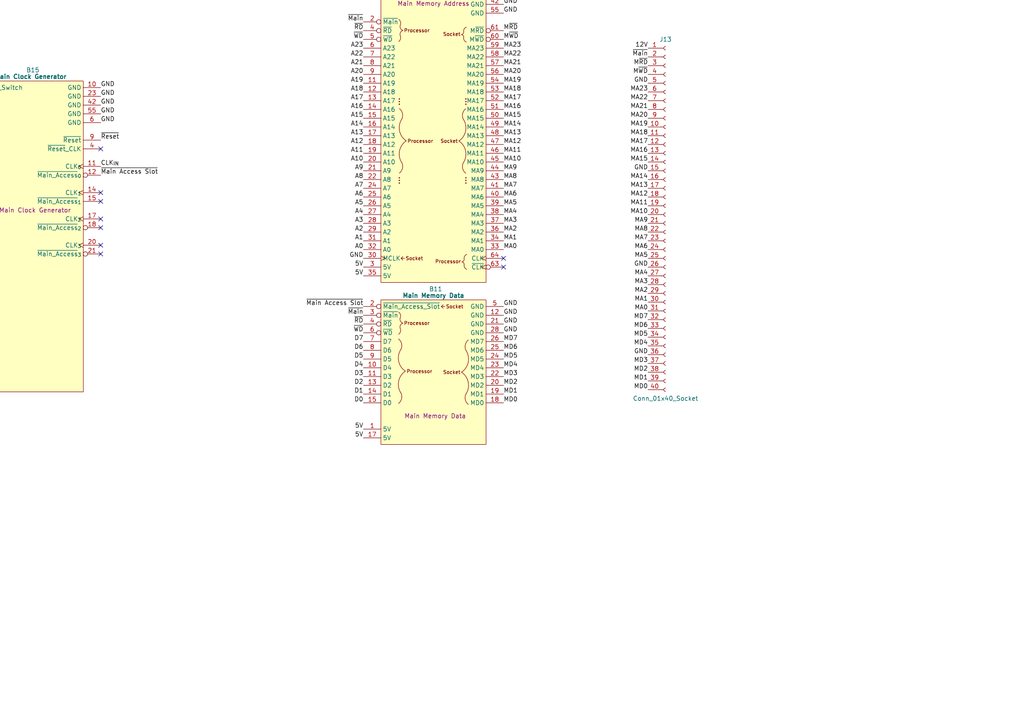
<source format=kicad_sch>
(kicad_sch (version 20250114) (generator "eeschema") (generator_version "9.0")
  (paper "A4")
  (lib_symbols
    (symbol "Connector:Conn_01x40_Socket" (pin_names (offset 1.016) (hide yes))
      (property "Reference" "J" (at 0 50.8 0))
      (property "Value" "Conn_01x40_Socket" (at 0 -53.34 0))
      (symbol "Conn_01x40_Socket_1_1"
        (pin passive line (at -5.08 48.26 0) (length 3.81) (name "Pin_1") (number "1"))
        (pin passive line (at -5.08 45.72 0) (length 3.81) (name "Pin_2") (number "2"))
        (pin passive line (at -5.08 43.18 0) (length 3.81) (name "Pin_3") (number "3"))
        (pin passive line (at -5.08 40.64 0) (length 3.81) (name "Pin_4") (number "4"))
        (pin passive line (at -5.08 38.1 0) (length 3.81) (name "Pin_5") (number "5"))
        (pin passive line (at -5.08 35.56 0) (length 3.81) (name "Pin_6") (number "6"))
        (pin passive line (at -5.08 33.02 0) (length 3.81) (name "Pin_7") (number "7"))
        (pin passive line (at -5.08 30.48 0) (length 3.81) (name "Pin_8") (number "8"))
        (pin passive line (at -5.08 27.94 0) (length 3.81) (name "Pin_9") (number "9"))
        (pin passive line (at -5.08 25.4 0) (length 3.81) (name "Pin_10") (number "10"))
        (pin passive line (at -5.08 22.86 0) (length 3.81) (name "Pin_11") (number "11"))
        (pin passive line (at -5.08 20.32 0) (length 3.81) (name "Pin_12") (number "12"))
        (pin passive line (at -5.08 17.78 0) (length 3.81) (name "Pin_13") (number "13"))
        (pin passive line (at -5.08 15.24 0) (length 3.81) (name "Pin_14") (number "14"))
        (pin passive line (at -5.08 12.7 0) (length 3.81) (name "Pin_15") (number "15"))
        (pin passive line (at -5.08 10.16 0) (length 3.81) (name "Pin_16") (number "16"))
        (pin passive line (at -5.08 7.62 0) (length 3.81) (name "Pin_17") (number "17"))
        (pin passive line (at -5.08 5.08 0) (length 3.81) (name "Pin_18") (number "18"))
        (pin passive line (at -5.08 2.54 0) (length 3.81) (name "Pin_19") (number "19"))
        (pin passive line (at -5.08 0 0) (length 3.81) (name "Pin_20") (number "20"))
        (pin passive line (at -5.08 -2.54 0) (length 3.81) (name "Pin_21") (number "21"))
        (pin passive line (at -5.08 -5.08 0) (length 3.81) (name "Pin_22") (number "22"))
        (pin passive line (at -5.08 -7.62 0) (length 3.81) (name "Pin_23") (number "23"))
        (pin passive line (at -5.08 -10.16 0) (length 3.81) (name "Pin_24") (number "24"))
        (pin passive line (at -5.08 -12.7 0) (length 3.81) (name "Pin_25") (number "25"))
        (pin passive line (at -5.08 -15.24 0) (length 3.81) (name "Pin_26") (number "26"))
        (pin passive line (at -5.08 -17.78 0) (length 3.81) (name "Pin_27") (number "27"))
        (pin passive line (at -5.08 -20.32 0) (length 3.81) (name "Pin_28") (number "28"))
        (pin passive line (at -5.08 -22.86 0) (length 3.81) (name "Pin_29") (number "29"))
        (pin passive line (at -5.08 -25.4 0) (length 3.81) (name "Pin_30") (number "30"))
        (pin passive line (at -5.08 -27.94 0) (length 3.81) (name "Pin_31") (number "31"))
        (pin passive line (at -5.08 -30.48 0) (length 3.81) (name "Pin_32") (number "32"))
        (pin passive line (at -5.08 -33.02 0) (length 3.81) (name "Pin_33") (number "33"))
        (pin passive line (at -5.08 -35.56 0) (length 3.81) (name "Pin_34") (number "34"))
        (pin passive line (at -5.08 -38.1 0) (length 3.81) (name "Pin_35") (number "35"))
        (pin passive line (at -5.08 -40.64 0) (length 3.81) (name "Pin_36") (number "36"))
        (pin passive line (at -5.08 -43.18 0) (length 3.81) (name "Pin_37") (number "37"))
        (pin passive line (at -5.08 -45.72 0) (length 3.81) (name "Pin_38") (number "38"))
        (pin passive line (at -5.08 -48.26 0) (length 3.81) (name "Pin_39") (number "39"))
        (pin passive line (at -5.08 -50.8 0) (length 3.81) (name "Pin_40") (number "40"))
      )
    )
    (symbol "Diodes_Inc:AP7365-33WG-7" (pin_names (offset 0.762))
      (property "Reference" "IC" (at 12.7 5.08 0))
      (property "Value" "AP7365-33WG-7" (at 12.7 3.175 0))
      (property "Description" "3.3V LDO voltage regulator" (at 12.7 -8.255 0))
      (symbol "AP7365-33WG-7_0_0"
        (pin input line (at 0 -2.54 0) (length 5.08) (name "EN") (number "3"))
        (pin passive line (at 0 -5.08 0) (length 5.08) (name "GND") (number "2"))
        (pin passive line (at 25.4 -5.08 180) (length 5.08) (name "ADJ") (number "4"))
      )
      (symbol "AP7365-33WG-7_1_0"
        (pin passive line (at 0 0 0) (length 5.08) (name "6VIn") (number "1"))
        (pin passive line (at 25.4 0 180) (length 5.08) (name "3.3VOut") (number "5"))
      )
    )
    (symbol "HCP65:C_0805" (pin_numbers (hide yes)) (pin_names (offset 0.254) (hide yes))
      (property "Reference" "C" (at 2.286 2.54 0))
      (property "Value" "?μF" (at 2.54 -2.54 0))
      (symbol "C_0805_1_1"
        (pin passive line (at 0 0 0) (length 2.032) (name "~") (number "1"))
        (pin passive line (at 5.08 0 180) (length 2.032) (name "~") (number "2"))
      )
    )
    (symbol "HCP65:C_Radial_D4.0mm_P2.00mm" (pin_numbers (hide yes)) (pin_names (offset 0.254))
      (property "Reference" "C" (at 0.635 2.54 0))
      (property "Value" "?μF" (at 0.635 -2.54 0))
      (symbol "C_Radial_D4.0mm_P2.00mm_1_1"
        (pin passive line (at 0 3.81 270) (length 2.794) (name "~") (number "1"))
        (pin passive line (at 0 -3.81 90) (length 2.794) (name "~") (number "2"))
      )
    )
    (symbol "HCP65:Device_Interrupts"
      (property "Reference" "B" (at 15.875 5.08 0))
      (property "Value" "Device Interrupts" (at 15.24 3.175 0))
      (property "Description" "Device Interrupts" (at 15.875 -12.7 0))
      (symbol "Device_Interrupts_1_0"
        (pin input inverted (at -5.08 -25.4 0) (length 5.08) (name "~{Interrupt}_{Device}5") (number "38"))
        (pin input inverted (at -5.08 -27.94 0) (length 5.08) (name "~{Interrupt}_{Device}6") (number "37"))
        (pin input inverted (at -5.08 -30.48 0) (length 5.08) (name "~{Interrupt}_{Device}7") (number "36"))
        (pin input inverted (at -5.08 -33.02 0) (length 5.08) (name "~{Interrupt}_{Device}16") (number "35"))
        (pin input inverted (at -5.08 -35.56 0) (length 5.08) (name "~{Interrupt}_{Device}17") (number "34"))
        (pin input inverted (at -5.08 -38.1 0) (length 5.08) (name "~{Interrupt}_{Device}18") (number "33"))
        (pin input inverted (at -5.08 -40.64 0) (length 5.08) (name "~{Interrupt}_{Device}19") (number "32"))
        (pin output inverted (at 35.56 -10.16 180) (length 5.08) (name "~{INT}") (number "39"))
      )
      (symbol "Device_Interrupts_1_1"
        (pin input inverted (at -5.08 0 0) (length 5.08) (name "~{RD}") (number "9"))
        (pin input inverted (at -5.08 -2.54 0) (length 5.08) (name "~{Device_Interrupt}_{_1..7}") (number "6"))
        (pin input inverted (at -5.08 -5.08 0) (length 5.08) (name "~{Device_Interrupt}_{_16..19}") (number "7"))
        (pin input inverted (at -5.08 -7.62 0) (length 5.08) (name "~{Device_Enable}_{_1..7}") (number "8"))
        (pin input inverted (at -5.08 -10.16 0) (length 5.08) (name "~{Device_Enable}_{_16..19}") (number "10"))
        (pin input inverted (at -5.08 -15.24 0) (length 5.08) (name "~{Interrupt}_{Device}1") (number "4"))
        (pin input inverted (at -5.08 -17.78 0) (length 5.08) (name "~{Interrupt}_{Device}2") (number "3"))
        (pin input inverted (at -5.08 -20.32 0) (length 5.08) (name "~{Interrupt}_{Device}3") (number "2"))
        (pin input inverted (at -5.08 -22.86 0) (length 5.08) (name "~{Interrupt}_{Device}4") (number "1"))
        (pin input inverted (at -5.08 -45.72 0) (length 5.08) (name "~{Enable}_{Device}1") (number "31"))
        (pin input inverted (at -5.08 -48.26 0) (length 5.08) (name "~{Enable}_{Device}2") (number "30"))
        (pin input inverted (at -5.08 -50.8 0) (length 5.08) (name "~{Enable}_{Device}3") (number "29"))
        (pin input inverted (at -5.08 -53.34 0) (length 5.08) (name "~{Enable}_{Device}4") (number "28"))
        (pin input inverted (at -5.08 -55.88 0) (length 5.08) (name "~{Enable}_{Device}5") (number "27"))
        (pin input inverted (at -5.08 -58.42 0) (length 5.08) (name "~{Enable}_{Device}6") (number "26"))
        (pin input inverted (at -5.08 -60.96 0) (length 5.08) (name "~{Enable}_{Device}7") (number "25"))
        (pin input inverted (at -5.08 -63.5 0) (length 5.08) (name "~{Enable}_{Device}16") (number "24"))
        (pin input inverted (at -5.08 -66.04 0) (length 5.08) (name "~{Enable}_{Device}17") (number "23"))
        (pin input inverted (at -5.08 -68.58 0) (length 5.08) (name "~{Enable}_{Device}18") (number "22"))
        (pin input inverted (at -5.08 -71.12 0) (length 5.08) (name "~{Enable}_{Device}19") (number "19"))
        (pin passive line (at -5.08 -73.66 0) (length 5.08) (name "5V") (number "20"))
        (pin tri_state line (at 7.62 -81.28 90) (length 5.08) (name "D7") (number "18"))
        (pin tri_state line (at 10.16 -81.28 90) (length 5.08) (name "D6") (number "17"))
        (pin tri_state line (at 12.7 -81.28 90) (length 5.08) (name "D5") (number "16"))
        (pin tri_state line (at 15.24 -81.28 90) (length 5.08) (name "D4") (number "15"))
        (pin tri_state line (at 17.78 -81.28 90) (length 5.08) (name "D3") (number "14"))
        (pin tri_state line (at 20.32 -81.28 90) (length 5.08) (name "D2") (number "13"))
        (pin tri_state line (at 22.86 -81.28 90) (length 5.08) (name "D1") (number "12"))
        (pin tri_state line (at 25.4 -81.28 90) (length 5.08) (name "D0") (number "11"))
        (pin passive line (at 35.56 0 180) (length 5.08) (name "GND") (number "21"))
        (pin passive line (at 35.56 -2.54 180) (length 5.08) (name "GND") (number "40"))
        (pin no_connect line (at 35.56 -5.08 180) (length 5.08) (hide yes) (name "N.C.") (number "5"))
      )
    )
    (symbol "HCP65:Device_Reset"
      (property "Reference" "B" (at 15.875 5.08 0))
      (property "Value" "Device Reset" (at 15.24 3.175 0))
      (property "Description" "Device Reset" (at 12.7 -27.94 0))
      (symbol "Device_Reset_1_0"
        (pin passive line (at 35.56 -7.62 180) (length 5.08) (name "GND") (number "34"))
        (pin output inverted (at 35.56 -17.78 180) (length 5.08) (name "~{Reset}_4") (number "36"))
        (pin output inverted (at 35.56 -20.32 180) (length 5.08) (name "~{Reset}_5") (number "37"))
        (pin output inverted (at 35.56 -22.86 180) (length 5.08) (name "~{Reset}_6") (number "38"))
        (pin output inverted (at 35.56 -25.4 180) (length 5.08) (name "~{Reset}_7") (number "39"))
        (pin output inverted (at 35.56 -40.64 180) (length 5.08) (name "~{Reset}_13") (number "32"))
        (pin output inverted (at 35.56 -43.18 180) (length 5.08) (name "~{Reset}_14") (number "33"))
        (pin output inverted (at 35.56 -45.72 180) (length 5.08) (name "~{Reset}_15") (number "35"))
      )
      (symbol "Device_Reset_1_1"
        (pin input inverted (at -5.08 0 0) (length 5.08) (name "~{Reset}") (number "40"))
        (pin input inverted (at -5.08 -2.54 0) (length 5.08) (name "~{WD}") (number "20"))
        (pin input inverted_clock (at -5.08 -5.08 0) (length 5.08) (name "~{CLK}") (number "21"))
        (pin input inverted (at -5.08 -7.62 0) (length 5.08) (name "~{Enables}_1..7") (number "25"))
        (pin input inverted (at -5.08 -10.16 0) (length 5.08) (name "~{Enables}_8..15") (number "24"))
        (pin input inverted (at -5.08 -12.7 0) (length 5.08) (name "~{Enables}_16..19") (number "22"))
        (pin no_connect line (at -5.08 -53.34 0) (length 5.08) (hide yes) (name "N.C.") (number "10"))
        (pin passive line (at -5.08 -55.88 0) (length 5.08) (name "5V") (number "3"))
        (pin passive line (at -5.08 -58.42 0) (length 5.08) (name "5V") (number "23"))
        (pin tri_state line (at 7.62 -66.04 90) (length 5.08) (name "D7") (number "19"))
        (pin tri_state line (at 10.16 -66.04 90) (length 5.08) (name "D6") (number "18"))
        (pin tri_state line (at 12.7 -66.04 90) (length 5.08) (name "D5") (number "17"))
        (pin tri_state line (at 15.24 -66.04 90) (length 5.08) (name "D4") (number "16"))
        (pin tri_state line (at 17.78 -66.04 90) (length 5.08) (name "D3") (number "15"))
        (pin tri_state line (at 20.32 -66.04 90) (length 5.08) (name "D2") (number "13"))
        (pin tri_state line (at 22.86 -66.04 90) (length 5.08) (name "D1") (number "12"))
        (pin tri_state line (at 25.4 -66.04 90) (length 5.08) (name "D0") (number "11"))
        (pin passive line (at 35.56 0 180) (length 5.08) (name "GND") (number "7"))
        (pin passive line (at 35.56 -2.54 180) (length 5.08) (name "GND") (number "14"))
        (pin passive line (at 35.56 -5.08 180) (length 5.08) (name "GND") (number "27"))
        (pin output inverted (at 35.56 -10.16 180) (length 5.08) (name "~{Reset}_1") (number "1"))
        (pin output inverted (at 35.56 -12.7 180) (length 5.08) (name "~{Reset}_2") (number "2"))
        (pin output inverted (at 35.56 -15.24 180) (length 5.08) (name "~{Reset}_3") (number "4"))
        (pin output inverted (at 35.56 -27.94 180) (length 5.08) (name "~{Reset}_8") (number "5"))
        (pin output inverted (at 35.56 -30.48 180) (length 5.08) (name "~{Reset}_9") (number "6"))
        (pin output inverted (at 35.56 -33.02 180) (length 5.08) (name "~{Reset}_10") (number "8"))
        (pin output inverted (at 35.56 -35.56 180) (length 5.08) (name "~{Reset}_11") (number "9"))
        (pin output inverted (at 35.56 -38.1 180) (length 5.08) (name "~{Reset}_12") (number "31"))
        (pin output inverted (at 35.56 -48.26 180) (length 5.08) (name "~{Reset}_16") (number "30"))
        (pin output inverted (at 35.56 -50.8 180) (length 5.08) (name "~{Reset}_17") (number "29"))
        (pin output inverted (at 35.56 -53.34 180) (length 5.08) (name "~{Reset}_18") (number "28"))
        (pin output inverted (at 35.56 -55.88 180) (length 5.08) (name "~{Reset}_19") (number "26"))
      )
    )
    (symbol "HCP65:Kernal_Mode"
      (property "Reference" "B" (at 15.875 5.08 0))
      (property "Value" "Kernal Mode" (at 15.24 3.175 0))
      (property "Description" "Kernal Mode" (at 15.24 -30.48 0))
      (symbol "Kernal_Mode_1_0"
        (pin input inverted (at -5.08 -12.7 0) (length 5.08) (name "~{RD}") (number "58"))
        (pin input inverted (at -5.08 -15.24 0) (length 5.08) (name "~{WD}") (number "54"))
        (pin input line (at -5.08 -20.32 0) (length 5.08) (name "~{User_Program}") (number "60"))
        (pin input inverted (at -5.08 -22.86 0) (length 5.08) (name "~{Interrupt_Depth}") (number "59"))
        (pin no_connect line (at -5.08 -81.28 0) (length 5.08) (hide yes) (name "N.C.") (number "45"))
        (pin tri_state line (at 12.7 -96.52 90) (length 5.08) (name "D5") (number "39"))
        (pin tri_state line (at 15.24 -96.52 90) (length 5.08) (name "D4") (number "38"))
        (pin tri_state line (at 17.78 -96.52 90) (length 5.08) (name "D3") (number "37"))
        (pin tri_state line (at 20.32 -96.52 90) (length 5.08) (name "D2") (number "36"))
        (pin tri_state line (at 22.86 -96.52 90) (length 5.08) (name "D1") (number "34"))
        (pin tri_state line (at 25.4 -96.52 90) (length 5.08) (name "D0") (number "33"))
        (pin output line (at 35.56 -27.94 180) (length 5.08) (name "UP0") (number "32"))
        (pin output line (at 35.56 -55.88 180) (length 5.08) (name "Kernal_Mode") (number "56"))
        (pin output inverted (at 35.56 -58.42 180) (length 5.08) (name "~{Kernal_Mode}") (number "57"))
        (pin output line (at 35.56 -66.04 180) (length 5.08) (hide yes) (name "Kernal_Mode_{_PART}") (number "61"))
      )
      (symbol "Kernal_Mode_1_1"
        (pin input inverted (at -5.08 0 0) (length 5.08) (name "~{VP}") (number "1"))
        (pin input line (at -5.08 -2.54 0) (length 5.08) (name "Opcode_Valid") (number "64"))
        (pin input line (at -5.08 -5.08 0) (length 5.08) (name "Native_Latch") (number "2"))
        (pin input line (at -5.08 -7.62 0) (length 5.08) (name "Latch_Bank_Remap") (number "5"))
        (pin no_connect line (at -5.08 -73.66 0) (length 5.08) (hide yes) (name "N.C.") (number "24"))
        (pin no_connect line (at -5.08 -76.2 0) (length 5.08) (hide yes) (name "N.C.") (number "43"))
        (pin no_connect line (at -5.08 -78.74 0) (length 5.08) (hide yes) (name "N.C.") (number "44"))
        (pin passive line (at -5.08 -86.36 0) (length 5.08) (name "5V") (number "3"))
        (pin passive line (at -5.08 -88.9 0) (length 5.08) (name "5V") (number "35"))
        (pin input line (at -3.81 -33.02 0) (length 5.08) (name "BA_{IN}7") (number "22"))
        (pin input line (at -3.81 -35.56 0) (length 5.08) (name "BA_{IN}6") (number "21"))
        (pin input line (at -3.81 -38.1 0) (length 5.08) (name "BA_{IN}5") (number "20"))
        (pin input line (at -3.81 -40.64 0) (length 5.08) (name "BA_{IN}4") (number "19"))
        (pin input line (at -3.81 -43.18 0) (length 5.08) (name "BA_{IN}3") (number "18"))
        (pin input line (at -3.81 -45.72 0) (length 5.08) (name "BA_{IN}2") (number "17"))
        (pin input line (at -3.81 -48.26 0) (length 5.08) (name "BA_{IN}1") (number "16"))
        (pin input line (at -3.81 -50.8 0) (length 5.08) (name "BA_{IN}0") (number "15"))
        (pin tri_state line (at 7.62 -96.52 90) (length 5.08) (name "D7") (number "41"))
        (pin tri_state line (at 10.16 -96.52 90) (length 5.08) (name "D6") (number "40"))
        (pin passive line (at 35.56 0 180) (length 5.08) (name "GND") (number "10"))
        (pin passive line (at 35.56 -2.54 180) (length 5.08) (name "GND") (number "23"))
        (pin passive line (at 35.56 -5.08 180) (length 5.08) (name "GND") (number "42"))
        (pin passive line (at 35.56 -7.62 180) (length 5.08) (name "GND") (number "55"))
        (pin output line (at 35.56 -10.16 180) (length 5.08) (name "UP7") (number "25"))
        (pin output line (at 35.56 -12.7 180) (length 5.08) (name "UP6") (number "26"))
        (pin output line (at 35.56 -15.24 180) (length 5.08) (name "UP5") (number "27"))
        (pin output line (at 35.56 -17.78 180) (length 5.08) (name "UP4") (number "28"))
        (pin output line (at 35.56 -20.32 180) (length 5.08) (name "UP3") (number "29"))
        (pin output line (at 35.56 -22.86 180) (length 5.08) (name "UP2") (number "30"))
        (pin output line (at 35.56 -25.4 180) (length 5.08) (name "UP1") (number "31"))
        (pin output line (at 35.56 -33.02 180) (length 5.08) (name "A_{OUT}23") (number "46"))
        (pin output line (at 35.56 -35.56 180) (length 5.08) (name "A_{OUT}22") (number "47"))
        (pin output line (at 35.56 -38.1 180) (length 5.08) (name "A_{OUT}21") (number "48"))
        (pin output line (at 35.56 -40.64 180) (length 5.08) (name "A_{OUT}20") (number "49"))
        (pin output line (at 35.56 -43.18 180) (length 5.08) (name "A_{OUT}19") (number "50"))
        (pin output line (at 35.56 -45.72 180) (length 5.08) (name "A_{OUT}18") (number "51"))
        (pin output line (at 35.56 -48.26 180) (length 5.08) (name "A_{OUT}17") (number "52"))
        (pin output line (at 35.56 -50.8 180) (length 5.08) (name "A_{OUT}16") (number "53"))
        (pin output line (at 35.56 -60.96 180) (length 5.08) (name "Enter_Interrupt") (number "62"))
        (pin output line (at 35.56 -63.5 180) (length 5.08) (name "RTI") (number "63"))
        (pin output line (at 35.56 -68.58 180) (length 5.08) (hide yes) (name "Interrupt_CLK") (number "4"))
        (pin output line (at 35.56 -71.12 180) (length 5.08) (hide yes) (name "C7") (number "14"))
        (pin output line (at 35.56 -73.66 180) (length 5.08) (hide yes) (name "C6") (number "13"))
        (pin output line (at 35.56 -76.2 180) (length 5.08) (hide yes) (name "C5") (number "12"))
        (pin output line (at 35.56 -78.74 180) (length 5.08) (hide yes) (name "C4") (number "11"))
        (pin output line (at 35.56 -81.28 180) (length 5.08) (hide yes) (name "C3") (number "9"))
        (pin output line (at 35.56 -83.82 180) (length 5.08) (hide yes) (name "C2") (number "8"))
        (pin output line (at 35.56 -86.36 180) (length 5.08) (hide yes) (name "C1") (number "7"))
        (pin output line (at 35.56 -88.9 180) (length 5.08) (hide yes) (name "C0") (number "6"))
      )
    )
    (symbol "HCP65:MPU_Address_Decode"
      (property "Reference" "B" (at 15.875 5.08 0))
      (property "Value" "MPU Address Decode" (at 15.24 3.175 0))
      (property "Description" "MPU Address Decode" (at 15.24 -38.1 0))
      (symbol "MPU_Address_Decode_1_0"
        (pin output inverted (at 35.56 -63.5 180) (length 5.08) (name "~{Device__{CS}2}") (number "25"))
        (pin output inverted (at 35.56 -66.04 180) (length 5.08) (name "~{Device__{CS}3}") (number "24"))
        (pin output inverted (at 35.56 -68.58 180) (length 5.08) (name "~{Device__{CS}4}") (number "23"))
        (pin output inverted (at 35.56 -71.12 180) (length 5.08) (name "~{Device__{CS}5}") (number "22"))
        (pin output inverted (at 35.56 -73.66 180) (length 5.08) (name "~{Device__{CS}6}") (number "21"))
        (pin output inverted (at 35.56 -76.2 180) (length 5.08) (name "~{Device__{CS}7}") (number "19"))
        (pin output inverted (at 35.56 -86.36 180) (length 5.08) (name "~{Device__{CS}17}") (number "17"))
        (pin output inverted (at 35.56 -104.14 180) (length 5.08) (name "~{Special__{CS}2}") (number "12"))
        (pin output inverted (at 35.56 -106.68 180) (length 5.08) (name "~{Special__{CS}3}") (number "11"))
        (pin output inverted (at 35.56 -109.22 180) (length 5.08) (name "~{Special__{CS}4}") (number "10"))
        (pin output inverted (at 35.56 -111.76 180) (length 5.08) (name "~{Special__{CS}5}") (number "8"))
        (pin output inverted (at 35.56 -114.3 180) (length 5.08) (name "~{Special__{CS}6}") (number "7"))
        (pin output inverted (at 35.56 -116.84 180) (length 5.08) (name "~{Special__{CS}7}") (number "6"))
        (pin output inverted (at 35.56 -137.16 180) (length 5.08) (name "~{Special__{CS}15}") (number "56"))
      )
      (symbol "MPU_Address_Decode_1_1"
        (text "~{OTHER} (~{Kernal_Mode})\n200000..FFFFFF\n~{OTHER} (Kernal_Mode)\n000000..FFFFFF" (at 1.27 -52.07 0) (effects (font (size 1.27 1.27)) (justify left)))
        (text "000000..07FFFF" (at 8.89 -43.18 0) (effects (font (size 1.27 1.27))))
        (text "080000..0FFFFF" (at 8.89 -45.72 0) (effects (font (size 1.27 1.27))))
        (text "108000..10FFFF" (at 8.89 -60.96 0) (effects (font (size 1.27 1.27))))
        (text "110000..117FFF" (at 8.89 -63.5 0) (effects (font (size 1.27 1.27))))
        (text "118000..11FFFF" (at 8.89 -66.04 0) (effects (font (size 1.27 1.27))))
        (text "120000..127FFF" (at 8.89 -68.58 0) (effects (font (size 1.27 1.27))))
        (text "128000..12FFFF" (at 8.89 -71.12 0) (effects (font (size 1.27 1.27))))
        (text "130000..137FFF" (at 8.89 -73.66 0) (effects (font (size 1.27 1.27))))
        (text "138000..13FFFF" (at 8.89 -76.2 0) (effects (font (size 1.27 1.27))))
        (text "180000..19FFFF" (at 8.89 -83.82 0) (effects (font (size 1.27 1.27))))
        (text "1A0000..1BFFFF" (at 8.89 -86.36 0) (effects (font (size 1.27 1.27))))
        (text "1C0000..1DFFFF" (at 8.89 -88.9 0) (effects (font (size 1.27 1.27))))
        (text "1E0000..1FFFFF" (at 8.89 -91.44 0) (effects (font (size 1.27 1.27))))
        (text "100000..10000F" (at 8.89 -96.52 0) (effects (font (size 1.27 1.27))))
        (text "100000" (at 13.335 -99.06 0) (effects (font (size 1.27 1.27))))
        (text "100001" (at 13.335 -101.6 0) (effects (font (size 1.27 1.27))))
        (text "100002" (at 13.335 -104.14 0) (effects (font (size 1.27 1.27))))
        (text "100003" (at 13.335 -106.68 0) (effects (font (size 1.27 1.27))))
        (text "100004" (at 13.335 -109.22 0) (effects (font (size 1.27 1.27))))
        (text "100005" (at 13.335 -111.76 0) (effects (font (size 1.27 1.27))))
        (text "100006" (at 13.335 -114.3 0) (effects (font (size 1.27 1.27))))
        (text "100007" (at 13.335 -116.84 0) (effects (font (size 1.27 1.27))))
        (text "100008" (at 13.335 -119.38 0) (effects (font (size 1.27 1.27))))
        (text "100009" (at 13.335 -121.92 0) (effects (font (size 1.27 1.27))))
        (text "10000A" (at 13.335 -124.46 0) (effects (font (size 1.27 1.27))))
        (text "10000B" (at 13.335 -127 0) (effects (font (size 1.27 1.27))))
        (text "10000C" (at 13.335 -129.54 0) (effects (font (size 1.27 1.27))))
        (text "10000D" (at 13.335 -132.08 0) (effects (font (size 1.27 1.27))))
        (text "10000E" (at 13.335 -134.62 0) (effects (font (size 1.27 1.27))))
        (text "10000F" (at 13.335 -137.16 0) (effects (font (size 1.27 1.27))))
        (pin input inverted (at -5.08 0 0) (length 5.08) (name "~{Reset}") (number "26"))
        (pin input line (at -5.08 -2.54 0) (length 5.08) (name "Native_Latch") (number "30"))
        (pin input line (at -5.08 -5.08 0) (length 5.08) (name "Kernal_Mode") (number "35"))
        (pin input line (at -5.08 -7.62 0) (length 5.08) (name "Address_Valid") (number "34"))
        (pin input line (at -5.08 -10.16 0) (length 5.08) (name "A23") (number "39"))
        (pin input line (at -5.08 -12.7 0) (length 5.08) (name "A22") (number "40"))
        (pin input line (at -5.08 -15.24 0) (length 5.08) (name "A21") (number "41"))
        (pin input line (at -5.08 -17.78 0) (length 5.08) (name "A20") (number "42"))
        (pin input line (at -5.08 -20.32 0) (length 5.08) (name "A19") (number "43"))
        (pin input line (at -5.08 -22.86 0) (length 5.08) (name "A18") (number "44"))
        (pin input line (at -5.08 -25.4 0) (length 5.08) (name "A17") (number "45"))
        (pin input line (at -5.08 -27.94 0) (length 5.08) (name "A16") (number "46"))
        (pin input line (at -5.08 -30.48 0) (length 5.08) (name "A15") (number "47"))
        (pin input line (at -5.08 -33.02 0) (length 5.08) (name "A3") (number "49"))
        (pin input line (at -5.08 -35.56 0) (length 5.08) (name "A2") (number "50"))
        (pin input line (at -5.08 -38.1 0) (length 5.08) (name "A1") (number "51"))
        (pin input line (at -5.08 -40.64 0) (length 5.08) (name "A0") (number "52"))
        (pin passive line (at -5.08 -139.7 0) (length 5.08) (name "5V") (number "31"))
        (pin passive line (at -5.08 -142.24 0) (length 5.08) (name "5V") (number "3"))
        (pin passive line (at 35.56 0 180) (length 5.08) (name "GND") (number "37"))
        (pin input line (at 35.56 -2.54 180) (length 5.08) (name "GND") (number "48"))
        (pin passive line (at 35.56 -5.08 180) (length 5.08) (name "GND") (number "9"))
        (pin passive line (at 35.56 -7.62 180) (length 5.08) (name "GND") (number "20"))
        (pin output inverted (at 35.56 -43.18 180) (length 5.08) (name "~{RAM_{CS}}") (number "32"))
        (pin output inverted (at 35.56 -45.72 180) (length 5.08) (name "~{ROM_{CS}}") (number "33"))
        (pin output line (at 35.56 -48.26 180) (length 5.08) (name "~{Device}") (number "29"))
        (pin output inverted (at 35.56 -53.34 180) (length 5.08) (name "~{Other}") (number "38"))
        (pin output inverted (at 35.56 -57.15 180) (length 5.08) (name "~{Address_Valid}") (number "36"))
        (pin output inverted (at 35.56 -60.96 180) (length 5.08) (name "~{Device__{CS}1}") (number "27"))
        (pin output inverted (at 35.56 -83.82 180) (length 5.08) (name "~{Device__{CS}16}") (number "18"))
        (pin output inverted (at 35.56 -88.9 180) (length 5.08) (name "~{Device__{CS}18}") (number "16"))
        (pin output inverted (at 35.56 -91.44 180) (length 5.08) (name "~{Device__{CS}19}") (number "15"))
        (pin output inverted (at 35.56 -96.52 180) (length 5.08) (name "~{Special}") (number "28"))
        (pin output inverted (at 35.56 -99.06 180) (length 5.08) (name "~{Special__{CS}0}") (number "14"))
        (pin output inverted (at 35.56 -101.6 180) (length 5.08) (name "~{Special__{CS}1}") (number "13"))
        (pin output inverted (at 35.56 -119.38 180) (length 5.08) (name "~{Special__{CS}8}") (number "5"))
        (pin output inverted (at 35.56 -121.92 180) (length 5.08) (name "~{Special__{CS}9}") (number "4"))
        (pin output inverted (at 35.56 -124.46 180) (length 5.08) (name "~{Special__{CS}10}") (number "2"))
        (pin output inverted (at 35.56 -127 180) (length 5.08) (name "~{Special__{CS}11}") (number "1"))
        (pin output inverted (at 35.56 -129.54 180) (length 5.08) (name "~{Special__{CS}12}") (number "53"))
        (pin output inverted (at 35.56 -132.08 180) (length 5.08) (name "~{Special__{CS}13}") (number "54"))
        (pin output inverted (at 35.56 -134.62 180) (length 5.08) (name "~{Special__{CS}14}") (number "55"))
      )
    )
    (symbol "HCP65:MPU_Memory"
      (property "Reference" "B" (at 15.875 5.08 0))
      (property "Value" "MPU Memory" (at 15.24 3.175 0))
      (property "Description" "MPU Memory" (at 13.97 -35.56 0))
      (symbol "MPU_Memory_1_0"
        (pin input inverted (at -5.08 -7.62 0) (length 5.08) (name "~{Main}") (number "54"))
        (pin input line (at -5.08 -22.86 0) (length 5.08) (name "A18") (number "33"))
        (pin input line (at -5.08 -25.4 0) (length 5.08) (name "A17") (number "26"))
        (pin tri_state line (at 6.35 -81.28 90) (length 5.08) (name "D7") (number "39"))
        (pin tri_state line (at 21.59 -81.28 90) (length 5.08) (name "D1") (number "45"))
        (pin passive line (at 35.56 -7.62 180) (length 5.08) (name "GND") (number "37"))
        (pin no_connect line (at 35.56 -48.26 180) (length 5.08) (hide yes) (name "N.C.") (number "32"))
        (pin no_connect line (at 35.56 -50.8 180) (length 5.08) (hide yes) (name "N.C.") (number "36"))
        (pin no_connect line (at 35.56 -53.34 180) (length 5.08) (hide yes) (name "N.C.") (number "38"))
        (pin no_connect line (at 35.56 -55.88 180) (length 5.08) (hide yes) (name "N.C.") (number "55"))
        (pin no_connect line (at 35.56 -58.42 180) (length 5.08) (hide yes) (name "N.C.") (number "56"))
      )
      (symbol "MPU_Memory_1_1"
        (pin input inverted (at -5.08 0 0) (length 5.08) (name "~{RAM}") (number "47"))
        (pin input inverted (at -5.08 -2.54 0) (length 5.08) (name "~{ROM}") (number "49"))
        (pin input inverted (at -5.08 -5.08 0) (length 5.08) (name "~{Special}") (number "53"))
        (pin input inverted (at -5.08 -10.16 0) (length 5.08) (name "~{Address_Valid}") (number "1"))
        (pin input inverted (at -5.08 -15.24 0) (length 5.08) (name "~{RD}") (number "28"))
        (pin input inverted (at -5.08 -17.78 0) (length 5.08) (name "~{WD}") (number "27"))
        (pin input line (at -5.08 -27.94 0) (length 5.08) (name "A16") (number "25"))
        (pin input line (at -5.08 -30.48 0) (length 5.08) (name "A15") (number "24"))
        (pin input line (at -5.08 -33.02 0) (length 5.08) (name "A14") (number "23"))
        (pin input line (at -5.08 -35.56 0) (length 5.08) (name "A13") (number "22"))
        (pin input line (at -5.08 -38.1 0) (length 5.08) (name "A12") (number "21"))
        (pin input line (at -5.08 -40.64 0) (length 5.08) (name "A11") (number "19"))
        (pin input line (at -5.08 -43.18 0) (length 5.08) (name "A10") (number "17"))
        (pin input line (at -5.08 -45.72 0) (length 5.08) (name "A9") (number "16"))
        (pin input line (at -5.08 -48.26 0) (length 5.08) (name "A8") (number "15"))
        (pin input line (at -5.08 -50.8 0) (length 5.08) (name "A7") (number "14"))
        (pin input line (at -5.08 -53.34 0) (length 5.08) (name "A6") (number "13"))
        (pin input line (at -5.08 -55.88 0) (length 5.08) (name "A5") (number "12"))
        (pin input line (at -5.08 -58.42 0) (length 5.08) (name "A4") (number "11"))
        (pin input line (at -5.08 -60.96 0) (length 5.08) (name "A3") (number "10"))
        (pin input line (at -5.08 -63.5 0) (length 5.08) (name "A2") (number "8"))
        (pin input line (at -5.08 -66.04 0) (length 5.08) (name "A1") (number "7"))
        (pin input line (at -5.08 -68.58 0) (length 5.08) (name "A0") (number "6"))
        (pin passive line (at -5.08 -71.12 0) (length 5.08) (name "5V") (number "3"))
        (pin passive line (at -5.08 -73.66 0) (length 5.08) (name "5V") (number "31"))
        (pin tri_state line (at 8.89 -81.28 90) (length 5.08) (name "D6") (number "40"))
        (pin tri_state line (at 11.43 -81.28 90) (length 5.08) (name "D5") (number "41"))
        (pin tri_state line (at 13.97 -81.28 90) (length 5.08) (name "D4") (number "42"))
        (pin tri_state line (at 16.51 -81.28 90) (length 5.08) (name "D3") (number "43"))
        (pin tri_state line (at 19.05 -81.28 90) (length 5.08) (name "D2") (number "44"))
        (pin tri_state line (at 24.13 -81.28 90) (length 5.08) (name "D0") (number "46"))
        (pin passive line (at 35.56 0 180) (length 5.08) (name "GND") (number "9"))
        (pin passive line (at 35.56 -2.54 180) (length 5.08) (name "GND") (number "20"))
        (pin passive line (at 35.56 -5.08 180) (length 5.08) (name "GND") (number "48"))
        (pin tri_state line (at 35.56 -15.24 180) (length 5.08) (name "H0") (number "50"))
        (pin tri_state line (at 35.56 -17.78 180) (length 5.08) (name "H1") (number "51"))
        (pin tri_state line (at 35.56 -20.32 180) (length 5.08) (name "H2") (number "52"))
        (pin no_connect line (at 35.56 -27.94 180) (length 5.08) (hide yes) (name "N.C.") (number "2"))
        (pin no_connect line (at 35.56 -30.48 180) (length 5.08) (hide yes) (name "N.C.") (number "4"))
        (pin no_connect line (at 35.56 -33.02 180) (length 5.08) (hide yes) (name "N.C.") (number "5"))
        (pin no_connect line (at 35.56 -35.56 180) (length 5.08) (hide yes) (name "N.C.") (number "18"))
        (pin no_connect line (at 35.56 -38.1 180) (length 5.08) (hide yes) (name "N.C.") (number "34"))
        (pin no_connect line (at 35.56 -40.64 180) (length 5.08) (hide yes) (name "N.C.") (number "35"))
        (pin no_connect line (at 35.56 -43.18 180) (length 5.08) (hide yes) (name "N.C.") (number "29"))
        (pin no_connect line (at 35.56 -45.72 180) (length 5.08) (hide yes) (name "N.C.") (number "30"))
      )
    )
    (symbol "HCP65:MPU_NMI"
      (property "Reference" "B" (at 15.875 5.08 0))
      (property "Value" "MPU NMI" (at 15.24 3.175 0))
      (property "Description" "MPU NMI" (at 15.24 -17.78 0))
      (symbol "MPU_NMI_1_0"
        (pin input line (at -5.08 -33.02 0) (length 5.08) (name "MPU1") (number "6"))
      )
      (symbol "MPU_NMI_1_1"
        (pin input inverted (at -5.08 0 0) (length 5.08) (name "~{Reset}") (number "2"))
        (pin input inverted (at -5.08 -2.54 0) (length 5.08) (name "~{RD}") (number "3"))
        (pin input inverted (at -5.08 -5.08 0) (length 5.08) (name "~{WD}") (number "4"))
        (pin input inverted (at -5.08 -7.62 0) (length 5.08) (name "~{NMI_State}") (number "23"))
        (pin input line (at -5.08 -12.7 0) (length 5.08) (name "Set_Disable_NMI") (number "27"))
        (pin input line (at -5.08 -15.24 0) (length 5.08) (name "Set_Enable_NMI") (number "26"))
        (pin input inverted (at -5.08 -20.32 0) (length 5.08) (name "~{Set_Timer}") (number "25"))
        (pin input inverted (at -5.08 -22.86 0) (length 5.08) (name "~{Set_Break_1}") (number "29"))
        (pin input inverted (at -5.08 -25.4 0) (length 5.08) (name "~{Set_Break_2}") (number "30"))
        (pin input inverted (at -5.08 -27.94 0) (length 5.08) (name "~{Set_Break_3}") (number "31"))
        (pin input line (at -5.08 -35.56 0) (length 5.08) (name "MPU0") (number "7"))
        (pin passive line (at -5.08 -38.1 0) (length 5.08) (name "5V") (number "1"))
        (pin passive line (at -5.08 -40.64 0) (length 5.08) (name "5V") (number "17"))
        (pin tri_state line (at 7.62 -48.26 90) (length 5.08) (name "D7") (number "16"))
        (pin tri_state line (at 10.16 -48.26 90) (length 5.08) (name "D6") (number "15"))
        (pin tri_state line (at 12.7 -48.26 90) (length 5.08) (name "D5") (number "14"))
        (pin tri_state line (at 15.24 -48.26 90) (length 5.08) (name "D4") (number "13"))
        (pin tri_state line (at 17.78 -48.26 90) (length 5.08) (name "D3") (number "11"))
        (pin tri_state line (at 20.32 -48.26 90) (length 5.08) (name "D2") (number "10"))
        (pin tri_state line (at 22.86 -48.26 90) (length 5.08) (name "D1") (number "9"))
        (pin tri_state line (at 25.4 -48.26 90) (length 5.08) (name "D0") (number "8"))
        (pin passive line (at 35.56 0 180) (length 5.08) (name "GND") (number "5"))
        (pin passive line (at 35.56 -2.54 180) (length 5.08) (name "GND") (number "12"))
        (pin passive line (at 35.56 -5.08 180) (length 5.08) (name "GND") (number "21"))
        (pin passive line (at 35.56 -7.62 180) (length 5.08) (name "GND") (number "28"))
        (pin output inverted (at 35.56 -10.16 180) (length 5.08) (name "~{NMI}") (number "32"))
        (pin output line (at 35.56 -12.7 180) (length 5.08) (name "NMI_Enabled") (number "24"))
        (pin output line (at 35.56 -17.78 180) (length 5.08) (hide yes) (name "Timer") (number "18"))
        (pin output line (at 35.56 -20.32 180) (length 5.08) (hide yes) (name "Break_1") (number "22"))
        (pin output line (at 35.56 -22.86 180) (length 5.08) (hide yes) (name "Break_2") (number "20"))
        (pin output line (at 35.56 -25.4 180) (length 5.08) (hide yes) (name "Break_3") (number "19"))
      )
    )
    (symbol "HCP65:MPU_Timer"
      (property "Reference" "B" (at 15.875 5.08 0))
      (property "Value" "MPU Timer" (at 15.24 3.175 0))
      (property "Description" "MPU Timer" (at 14.605 -12.7 0))
      (symbol "MPU_Timer_1_0"
        (pin no_connect line (at 35.56 -27.94 180) (length 5.08) (hide yes) (name "N.C.") (number "32"))
      )
      (symbol "MPU_Timer_1_1"
        (pin input inverted (at -5.08 0 0) (length 5.08) (name "~{Reset}") (number "2"))
        (pin input inverted (at -5.08 -2.54 0) (length 5.08) (name "~{RD}") (number "3"))
        (pin input inverted (at -5.08 -5.08 0) (length 5.08) (name "~{WD}") (number "4"))
        (pin input inverted (at -5.08 -7.62 0) (length 5.08) (name "~{NMI_Rate_Select}") (number "7"))
        (pin input clock (at -5.08 -10.16 0) (length 5.08) (name "CLK") (number "6"))
        (pin input inverted (at -5.08 -12.7 0) (length 5.08) (name "~{Hold}") (number "18"))
        (pin no_connect line (at -5.08 -15.24 0) (length 5.08) (hide yes) (name "N.C.") (number "19"))
        (pin no_connect line (at -5.08 -17.78 0) (length 5.08) (hide yes) (name "N.C.") (number "20"))
        (pin no_connect line (at -5.08 -20.32 0) (length 5.08) (hide yes) (name "N.C.") (number "22"))
        (pin no_connect line (at -5.08 -22.86 0) (length 5.08) (hide yes) (name "N.C.") (number "23"))
        (pin passive line (at -5.08 -27.94 0) (length 5.08) (name "5V") (number "1"))
        (pin passive line (at -5.08 -30.48 0) (length 5.08) (name "5V") (number "17"))
        (pin tri_state line (at 7.62 -38.1 90) (length 5.08) (name "D7") (number "16"))
        (pin tri_state line (at 10.16 -38.1 90) (length 5.08) (name "D6") (number "15"))
        (pin tri_state line (at 12.7 -38.1 90) (length 5.08) (name "D5") (number "14"))
        (pin tri_state line (at 15.24 -38.1 90) (length 5.08) (name "D4") (number "13"))
        (pin tri_state line (at 17.78 -38.1 90) (length 5.08) (name "D3") (number "11"))
        (pin tri_state line (at 20.32 -38.1 90) (length 5.08) (name "D2") (number "10"))
        (pin tri_state line (at 22.86 -38.1 90) (length 5.08) (name "D1") (number "9"))
        (pin tri_state line (at 25.4 -38.1 90) (length 5.08) (name "D0") (number "8"))
        (pin passive line (at 35.56 0 180) (length 5.08) (name "GND") (number "5"))
        (pin passive line (at 35.56 -2.54 180) (length 5.08) (name "GND") (number "12"))
        (pin passive line (at 35.56 -5.08 180) (length 5.08) (name "GND") (number "21"))
        (pin passive line (at 35.56 -7.62 180) (length 5.08) (name "GND") (number "28"))
        (pin output inverted (at 35.56 -10.16 180) (length 5.08) (name "~{Set_Timer}") (number "26"))
        (pin no_connect line (at 35.56 -12.7 180) (length 5.08) (hide yes) (name "N.C.") (number "24"))
        (pin no_connect line (at 35.56 -15.24 180) (length 5.08) (hide yes) (name "N.C.") (number "25"))
        (pin no_connect line (at 35.56 -17.78 180) (length 5.08) (hide yes) (name "N.C.") (number "27"))
        (pin no_connect line (at 35.56 -20.32 180) (length 5.08) (hide yes) (name "N.C.") (number "29"))
        (pin no_connect line (at 35.56 -22.86 180) (length 5.08) (hide yes) (name "N.C.") (number "30"))
        (pin no_connect line (at 35.56 -25.4 180) (length 5.08) (hide yes) (name "N.C.") (number "31"))
      )
    )
    (symbol "HCP65:Main_Clock_Generator"
      (property "Reference" "B" (at 15.875 5.08 0))
      (property "Value" "Main Clock Generator" (at 15.24 3.175 0))
      (property "Description" "Main Clock Generator" (at 16.51 -35.56 0))
      (symbol "Main_Clock_Generator_1_0"
        (pin no_connect line (at -5.08 -45.72 0) (length 5.08) (hide yes) (name "N.C.") (number "32"))
        (pin no_connect line (at -5.08 -48.26 0) (length 5.08) (hide yes) (name "N.C.") (number "33"))
        (pin no_connect line (at -5.08 -50.8 0) (length 5.08) (hide yes) (name "N.C.") (number "34"))
        (pin no_connect line (at -5.08 -53.34 0) (length 5.08) (hide yes) (name "N.C.") (number "36"))
        (pin no_connect line (at -5.08 -55.88 0) (length 5.08) (hide yes) (name "N.C.") (number "37"))
        (pin no_connect line (at -5.08 -58.42 0) (length 5.08) (hide yes) (name "N.C.") (number "38"))
        (pin no_connect line (at -5.08 -60.96 0) (length 5.08) (hide yes) (name "N.C.") (number "39"))
        (pin no_connect line (at -5.08 -76.2 0) (length 5.08) (hide yes) (name "N.C.") (number "56"))
        (pin no_connect line (at -5.08 -78.74 0) (length 5.08) (hide yes) (name "N.C.") (number "57"))
        (pin no_connect line (at -5.08 -81.28 0) (length 5.08) (hide yes) (name "N.C.") (number "58"))
        (pin no_connect line (at 35.56 -50.8 180) (length 5.08) (hide yes) (name "N.C.") (number "54"))
        (pin no_connect line (at 35.56 -63.5 180) (length 5.08) (hide yes) (name "N.C.") (number "45"))
        (pin no_connect line (at 35.56 -73.66 180) (length 5.08) (hide yes) (name "N.C.") (number "59"))
        (pin no_connect line (at 35.56 -76.2 180) (length 5.08) (hide yes) (name "N.C.") (number "60"))
        (pin no_connect line (at 35.56 -78.74 180) (length 5.08) (hide yes) (name "N.C.") (number "61"))
      )
      (symbol "Main_Clock_Generator_1_1"
        (pin input line (at -5.08 0 0) (length 5.08) (name "~{Reset}_Switch") (number "13"))
        (pin no_connect line (at -5.08 -5.08 0) (length 5.08) (hide yes) (name "N.C.") (number "1"))
        (pin no_connect line (at -5.08 -7.62 0) (length 5.08) (hide yes) (name "N.C.") (number "2"))
        (pin no_connect line (at -5.08 -10.16 0) (length 5.08) (hide yes) (name "N.C.") (number "5"))
        (pin no_connect line (at -5.08 -12.7 0) (length 5.08) (hide yes) (name "N.C.") (number "8"))
        (pin no_connect line (at -5.08 -15.24 0) (length 5.08) (hide yes) (name "N.C.") (number "7"))
        (pin no_connect inverted (at -5.08 -17.78 0) (length 5.08) (hide yes) (name "N.C.") (number "19"))
        (pin no_connect line (at -5.08 -20.32 0) (length 5.08) (hide yes) (name "N.C.") (number "16"))
        (pin no_connect line (at -5.08 -25.4 0) (length 5.08) (hide yes) (name "N.C.") (number "24"))
        (pin no_connect line (at -5.08 -27.94 0) (length 5.08) (hide yes) (name "N.C.") (number "25"))
        (pin no_connect line (at -5.08 -30.48 0) (length 5.08) (hide yes) (name "N.C.") (number "26"))
        (pin no_connect line (at -5.08 -33.02 0) (length 5.08) (hide yes) (name "N.C.") (number "27"))
        (pin no_connect line (at -5.08 -35.56 0) (length 5.08) (hide yes) (name "N.C.") (number "28"))
        (pin no_connect line (at -5.08 -38.1 0) (length 5.08) (hide yes) (name "N.C.") (number "29"))
        (pin no_connect line (at -5.08 -40.64 0) (length 5.08) (hide yes) (name "N.C.") (number "30"))
        (pin no_connect line (at -5.08 -43.18 0) (length 5.08) (hide yes) (name "N.C.") (number "31"))
        (pin no_connect line (at -5.08 -63.5 0) (length 5.08) (hide yes) (name "N.C.") (number "40"))
        (pin no_connect line (at -5.08 -66.04 0) (length 5.08) (hide yes) (name "N.C.") (number "41"))
        (pin no_connect line (at -5.08 -68.58 0) (length 5.08) (hide yes) (name "N.C.") (number "48"))
        (pin no_connect line (at -5.08 -71.12 0) (length 5.08) (hide yes) (name "N.C.") (number "49"))
        (pin no_connect line (at -5.08 -73.66 0) (length 5.08) (hide yes) (name "N.C.") (number "50"))
        (pin passive line (at -5.08 -83.82 0) (length 5.08) (name "5V") (number "3"))
        (pin passive line (at -5.08 -86.36 0) (length 5.08) (name "5V") (number "35"))
        (pin passive line (at 35.56 0 180) (length 5.08) (name "GND") (number "10"))
        (pin passive line (at 35.56 -2.54 180) (length 5.08) (name "GND") (number "23"))
        (pin passive line (at 35.56 -5.08 180) (length 5.08) (name "GND") (number "42"))
        (pin passive line (at 35.56 -7.62 180) (length 5.08) (name "GND") (number "55"))
        (pin passive line (at 35.56 -10.16 180) (length 5.08) (name "GND") (number "6"))
        (pin no_connect line (at 35.56 -12.7 180) (length 5.08) (hide yes) (name "N.C.") (number "52"))
        (pin output line (at 35.56 -15.24 180) (length 5.08) (name "~{Reset}") (number "9"))
        (pin output line (at 35.56 -17.78 180) (length 5.08) (name "~{Reset}_CLK") (number "4"))
        (pin output clock (at 35.56 -22.86 180) (length 5.08) (name "CLK_{0}") (number "11"))
        (pin output inverted (at 35.56 -25.4 180) (length 5.08) (name "~{Main_Access}_{0}") (number "12"))
        (pin output clock (at 35.56 -30.48 180) (length 5.08) (name "CLK_{1}") (number "14"))
        (pin output line (at 35.56 -33.02 180) (length 5.08) (name "~{Main_Access}_{1}") (number "15"))
        (pin output clock (at 35.56 -38.1 180) (length 5.08) (name "CLK_{2}") (number "17"))
        (pin output inverted (at 35.56 -40.64 180) (length 5.08) (name "~{Main_Access}_{2}") (number "18"))
        (pin output clock (at 35.56 -45.72 180) (length 5.08) (name "CLK_{3}") (number "20"))
        (pin output inverted (at 35.56 -48.26 180) (length 5.08) (name "~{Main_Access}_{3}") (number "21"))
        (pin no_connect line (at 35.56 -53.34 180) (length 5.08) (hide yes) (name "N.C.") (number "46"))
        (pin no_connect line (at 35.56 -55.88 180) (length 5.08) (hide yes) (name "N.C.") (number "44"))
        (pin no_connect line (at 35.56 -58.42 180) (length 5.08) (hide yes) (name "N.C.") (number "22"))
        (pin no_connect line (at 35.56 -60.96 180) (length 5.08) (hide yes) (name "N.C.") (number "43"))
        (pin no_connect line (at 35.56 -66.04 180) (length 5.08) (hide yes) (name "N.C.") (number "47"))
        (pin no_connect line (at 35.56 -68.58 180) (length 5.08) (hide yes) (name "N.C.") (number "51"))
        (pin no_connect line (at 35.56 -71.12 180) (length 5.08) (hide yes) (name "N.C.") (number "53"))
        (pin no_connect line (at 35.56 -81.28 180) (length 5.08) (hide yes) (name "N.C.") (number "62"))
        (pin no_connect line (at 35.56 -83.82 180) (length 5.08) (hide yes) (name "N.C.") (number "63"))
        (pin no_connect line (at 35.56 -86.36 180) (length 5.08) (hide yes) (name "N.C.") (number "64"))
      )
    )
    (symbol "HCP65:Main_Memory_Address"
      (property "Reference" "B" (at 15.875 5.08 0))
      (property "Value" "Main Memory Address" (at 15.24 3.175 0))
      (property "Description" "Main Memory Address" (at 15.24 -4.826 0))
      (symbol "Main_Memory_Address_1_0"
        (pin input line (at -5.08 -76.2 0) (length 5.08) (name "A0") (number "32"))
        (pin output inverted (at 35.56 -12.7 180) (length 5.08) (name "M~{RD}") (number "61"))
        (pin output inverted (at 35.56 -15.24 180) (length 5.08) (name "M~{WD}") (number "60"))
        (pin output line (at 35.56 -17.78 180) (length 5.08) (name "MA23") (number "59"))
        (pin output line (at 35.56 -20.32 180) (length 5.08) (name "MA22") (number "58"))
        (pin output line (at 35.56 -22.86 180) (length 5.08) (name "MA21") (number "57"))
        (pin output line (at 35.56 -25.4 180) (length 5.08) (name "MA20") (number "56"))
        (pin output line (at 35.56 -27.94 180) (length 5.08) (name "MA19") (number "54"))
        (pin output line (at 35.56 -50.8 180) (length 5.08) (name "MA10") (number "45"))
        (pin output line (at 35.56 -63.5 180) (length 5.08) (name "MA5") (number "39"))
        (pin output line (at 35.56 -66.04 180) (length 5.08) (name "MA4") (number "38"))
        (pin output line (at 35.56 -68.58 180) (length 5.08) (name "MA3") (number "37"))
        (pin output line (at 35.56 -71.12 180) (length 5.08) (name "MA2") (number "36"))
        (pin output line (at 35.56 -73.66 180) (length 5.08) (name "MA1") (number "34"))
        (pin output line (at 35.56 -76.2 180) (length 5.08) (name "MA0") (number "33"))
      )
      (symbol "Main_Memory_Address_1_1"
        (text "Processor" (at 6.616 -12.64 0) (effects (font (size 1 1)) (justify left)))
        (text "Socket" (at 7.112 -78.74 0) (effects (font (size 1 1)) (justify left)))
        (text "Processor" (at 7.62 -44.704 0) (effects (font (size 1 1)) (justify left)))
        (text "Socket" (at 18.796 0 0) (effects (font (size 1 1)) (justify left)))
        (text "Socket" (at 22.352 -44.704 0) (effects (font (size 1 1)) (justify right)))
        (text "Socket" (at 23.114 -13.716 0) (effects (font (size 1 1)) (justify right)))
        (text "Processor" (at 23.239 -79.628 0) (effects (font (size 1 1)) (justify right)))
        (pin input inverted (at -5.08 0 0) (length 5.08) (name "~{Main_Access_Slot}") (number "1"))
        (pin input inverted (at -5.08 -10.16 0) (length 5.08) (name "~{Main}") (number "2"))
        (pin input inverted (at -5.08 -12.7 0) (length 5.08) (name "~{RD}") (number "4"))
        (pin input inverted (at -5.08 -15.24 0) (length 5.08) (name "~{WD}") (number "5"))
        (pin input line (at -5.08 -17.78 0) (length 5.08) (name "A23") (number "6"))
        (pin input line (at -5.08 -20.32 0) (length 5.08) (name "A22") (number "7"))
        (pin input line (at -5.08 -22.86 0) (length 5.08) (name "A21") (number "8"))
        (pin input line (at -5.08 -25.4 0) (length 5.08) (name "A20") (number "9"))
        (pin input line (at -5.08 -27.94 0) (length 5.08) (name "A19") (number "11"))
        (pin input line (at -5.08 -30.48 0) (length 5.08) (name "A18") (number "12"))
        (pin input line (at -5.08 -33.02 0) (length 5.08) (name "A17") (number "13"))
        (pin input line (at -5.08 -35.56 0) (length 5.08) (name "A16") (number "14"))
        (pin input line (at -5.08 -38.1 0) (length 5.08) (name "A15") (number "15"))
        (pin input line (at -5.08 -40.64 0) (length 5.08) (name "A14") (number "16"))
        (pin input line (at -5.08 -43.18 0) (length 5.08) (name "A13") (number "17"))
        (pin input line (at -5.08 -45.72 0) (length 5.08) (name "A12") (number "18"))
        (pin input line (at -5.08 -48.26 0) (length 5.08) (name "A11") (number "19"))
        (pin input line (at -5.08 -50.8 0) (length 5.08) (name "A10") (number "20"))
        (pin input line (at -5.08 -53.34 0) (length 5.08) (name "A9") (number "21"))
        (pin input line (at -5.08 -55.88 0) (length 5.08) (name "A8") (number "22"))
        (pin input line (at -5.08 -58.42 0) (length 5.08) (name "A7") (number "24"))
        (pin input line (at -5.08 -60.96 0) (length 5.08) (name "A6") (number "25"))
        (pin input line (at -5.08 -63.5 0) (length 5.08) (name "A5") (number "26"))
        (pin input line (at -5.08 -66.04 0) (length 5.08) (name "A4") (number "27"))
        (pin input line (at -5.08 -68.58 0) (length 5.08) (name "A3") (number "28"))
        (pin input line (at -5.08 -71.12 0) (length 5.08) (name "A2") (number "29"))
        (pin input line (at -5.08 -73.66 0) (length 5.08) (name "A1") (number "31"))
        (pin input clock (at -5.08 -78.74 0) (length 5.08) (name "MCLK") (number "30"))
        (pin passive line (at -5.08 -81.28 0) (length 5.08) (name "5V") (number "3"))
        (pin passive line (at -5.08 -83.82 0) (length 5.08) (name "5V") (number "35"))
        (pin passive line (at 35.56 0 180) (length 5.08) (name "GND") (number "10"))
        (pin passive line (at 35.56 -2.54 180) (length 5.08) (name "GND") (number "23"))
        (pin passive line (at 35.56 -5.08 180) (length 5.08) (name "GND") (number "42"))
        (pin passive line (at 35.56 -7.62 180) (length 5.08) (name "GND") (number "55"))
        (pin output line (at 35.56 -30.48 180) (length 5.08) (name "MA18") (number "53"))
        (pin output line (at 35.56 -33.02 180) (length 5.08) (name "MA17") (number "52"))
        (pin output line (at 35.56 -35.56 180) (length 5.08) (name "MA16") (number "51"))
        (pin output line (at 35.56 -38.1 180) (length 5.08) (name "MA15") (number "50"))
        (pin output line (at 35.56 -40.64 180) (length 5.08) (name "MA14") (number "49"))
        (pin output line (at 35.56 -43.18 180) (length 5.08) (name "MA13") (number "48"))
        (pin output line (at 35.56 -45.72 180) (length 5.08) (name "MA12") (number "47"))
        (pin output line (at 35.56 -48.26 180) (length 5.08) (name "MA11") (number "46"))
        (pin output line (at 35.56 -53.34 180) (length 5.08) (name "MA9") (number "44"))
        (pin output line (at 35.56 -55.88 180) (length 5.08) (name "MA8") (number "43"))
        (pin output line (at 35.56 -58.42 180) (length 5.08) (name "MA7") (number "41"))
        (pin output line (at 35.56 -60.96 180) (length 5.08) (name "MA6") (number "40"))
        (pin output clock (at 35.56 -78.74 180) (length 5.08) (name "CLK") (number "64"))
        (pin output inverted_clock (at 35.56 -81.28 180) (length 5.08) (name "~{CLK}") (number "63"))
        (pin no_connect line (at 35.56 -83.82 180) (length 5.08) (hide yes) (name "N.C.") (number "62"))
      )
    )
    (symbol "HCP65:Main_Memory_Data"
      (property "Reference" "B" (at 15.875 5.08 0))
      (property "Value" "Main Memory Data" (at 15.24 3.175 0))
      (property "Description" "Main Memory Data" (at 15.748 -31.75 0))
      (symbol "Main_Memory_Data_1_0"
        (pin no_connect line (at 35.56 -38.1 180) (length 5.08) (hide yes) (name "N.C.") (number "32"))
      )
      (symbol "Main_Memory_Data_1_1"
        (text "Processor" (at 6.604 -4.826 0) (effects (font (size 1 1)) (justify left)))
        (text "Processor" (at 7.366 -18.796 0) (effects (font (size 1 1)) (justify left)))
        (text "Socket" (at 18.796 0 0) (effects (font (size 1 1)) (justify left)))
        (text "Socket" (at 23.114 -19.05 0) (effects (font (size 1 1)) (justify right)))
        (pin input inverted (at -5.08 0 0) (length 5.08) (name "~{Main_Access_Slot}") (number "2"))
        (pin input inverted (at -5.08 -2.54 0) (length 5.08) (name "~{Main}") (number "3"))
        (pin input inverted (at -5.08 -5.08 0) (length 5.08) (name "~{RD}") (number "4"))
        (pin input inverted (at -5.08 -7.62 0) (length 5.08) (name "~{WD}") (number "6"))
        (pin tri_state line (at -5.08 -10.16 0) (length 5.08) (name "D7") (number "7"))
        (pin tri_state line (at -5.08 -12.7 0) (length 5.08) (name "D6") (number "8"))
        (pin tri_state line (at -5.08 -15.24 0) (length 5.08) (name "D5") (number "9"))
        (pin tri_state line (at -5.08 -17.78 0) (length 5.08) (name "D4") (number "10"))
        (pin tri_state line (at -5.08 -20.32 0) (length 5.08) (name "D3") (number "11"))
        (pin tri_state line (at -5.08 -22.86 0) (length 5.08) (name "D2") (number "13"))
        (pin tri_state line (at -5.08 -25.4 0) (length 5.08) (name "D1") (number "14"))
        (pin tri_state line (at -5.08 -27.94 0) (length 5.08) (name "D0") (number "15"))
        (pin no_connect line (at -5.08 -30.48 0) (length 5.08) (hide yes) (name "N.C.") (number "16"))
        (pin no_connect line (at -5.08 -33.02 0) (length 5.08) (hide yes) (name "N.C.") (number "27"))
        (pin passive line (at -5.08 -35.56 0) (length 5.08) (name "5V") (number "1"))
        (pin passive line (at -5.08 -38.1 0) (length 5.08) (name "5V") (number "17"))
        (pin passive line (at 35.56 0 180) (length 5.08) (name "GND") (number "5"))
        (pin passive line (at 35.56 -2.54 180) (length 5.08) (name "GND") (number "12"))
        (pin passive line (at 35.56 -5.08 180) (length 5.08) (name "GND") (number "21"))
        (pin passive line (at 35.56 -7.62 180) (length 5.08) (name "GND") (number "28"))
        (pin tri_state line (at 35.56 -10.16 180) (length 5.08) (name "MD7") (number "26"))
        (pin tri_state line (at 35.56 -12.7 180) (length 5.08) (name "MD6") (number "25"))
        (pin tri_state line (at 35.56 -15.24 180) (length 5.08) (name "MD5") (number "24"))
        (pin tri_state line (at 35.56 -17.78 180) (length 5.08) (name "MD4") (number "23"))
        (pin tri_state line (at 35.56 -20.32 180) (length 5.08) (name "MD3") (number "22"))
        (pin tri_state line (at 35.56 -22.86 180) (length 5.08) (name "MD2") (number "20"))
        (pin tri_state line (at 35.56 -25.4 180) (length 5.08) (name "MD1") (number "19"))
        (pin tri_state line (at 35.56 -27.94 180) (length 5.08) (name "MD0") (number "18"))
        (pin no_connect line (at 35.56 -30.48 180) (length 5.08) (hide yes) (name "N.C.") (number "29"))
        (pin no_connect line (at 35.56 -33.02 180) (length 5.08) (hide yes) (name "N.C.") (number "30"))
        (pin no_connect line (at 35.56 -35.56 180) (length 5.08) (hide yes) (name "N.C.") (number "31"))
      )
    )
    (symbol "HCP65:MountingHole_Pad" (pin_numbers (hide yes)) (pin_names (offset 1.016) (hide yes))
      (property "Reference" "H" (at 0 4.445 0))
      (symbol "MountingHole_Pad_1_1"
        (pin passive line (at 0 -2.54 90) (length 2.54) (name "GND") (number "1"))
      )
    )
    (symbol "HCP65:Selector_12bit"
      (property "Reference" "B" (at 15.875 5.08 0))
      (property "Value" "Selector 12bit" (at 15.24 3.175 0))
      (property "Description" "Selector 12bit" (at 15.24 -34.925 0))
      (symbol "Selector_12bit_1_0"
        (pin tri_state line (at 35.56 -20.32 180) (length 5.08) (name "Q11") (number "39"))
        (pin tri_state line (at 35.56 -22.86 180) (length 5.08) (name "Q10") (number "38"))
        (pin tri_state line (at 35.56 -25.4 180) (length 5.08) (name "Q9") (number "37"))
        (pin tri_state line (at 35.56 -27.94 180) (length 5.08) (name "Q8") (number "36"))
        (pin tri_state line (at 35.56 -30.48 180) (length 5.08) (name "Q7") (number "35"))
        (pin tri_state line (at 35.56 -33.02 180) (length 5.08) (name "Q6") (number "34"))
        (pin tri_state line (at 35.56 -35.56 180) (length 5.08) (name "Q5") (number "33"))
        (pin tri_state line (at 35.56 -38.1 180) (length 5.08) (name "Q4") (number "32"))
      )
      (symbol "Selector_12bit_1_1"
        (text "A" (at 6.985 -19.05 0) (effects (font (size 1 1)) (justify left)))
        (text "B" (at 7.084 -52.039 0) (effects (font (size 1 1)) (justify left)))
        (pin input inverted (at -5.08 0 0) (length 5.08) (name "~{E}") (number "1"))
        (pin input line (at -5.08 -2.54 0) (length 5.08) (name "S") (number "2"))
        (pin input line (at -5.08 -5.08 0) (length 5.08) (name "A11") (number "3"))
        (pin input line (at -5.08 -7.62 0) (length 5.08) (name "A10") (number "4"))
        (pin input line (at -5.08 -10.16 0) (length 5.08) (name "A9") (number "5"))
        (pin input line (at -5.08 -12.7 0) (length 5.08) (name "A8") (number "6"))
        (pin input line (at -5.08 -15.24 0) (length 5.08) (name "A7") (number "7"))
        (pin input line (at -5.08 -17.78 0) (length 5.08) (name "A6") (number "8"))
        (pin input line (at -5.08 -20.32 0) (length 5.08) (name "A5") (number "9"))
        (pin input line (at -5.08 -22.86 0) (length 5.08) (name "A4") (number "10"))
        (pin input line (at -5.08 -25.4 0) (length 5.08) (name "A3") (number "11"))
        (pin input line (at -5.08 -27.94 0) (length 5.08) (name "A2") (number "12"))
        (pin input line (at -5.08 -30.48 0) (length 5.08) (name "A1") (number "13"))
        (pin input line (at -5.08 -33.02 0) (length 5.08) (name "A0") (number "14"))
        (pin input line (at -5.08 -38.1 0) (length 5.08) (name "B11") (number "15"))
        (pin input line (at -5.08 -40.64 0) (length 5.08) (name "B10") (number "16"))
        (pin input line (at -5.08 -43.18 0) (length 5.08) (name "B9") (number "17"))
        (pin input line (at -5.08 -45.72 0) (length 5.08) (name "B8") (number "18"))
        (pin input line (at -5.08 -48.26 0) (length 5.08) (name "B7") (number "19"))
        (pin input line (at -5.08 -50.8 0) (length 5.08) (name "B6") (number "21"))
        (pin input line (at -5.08 -53.34 0) (length 5.08) (name "B5") (number "22"))
        (pin input line (at -5.08 -55.88 0) (length 5.08) (name "B4") (number "23"))
        (pin input line (at -5.08 -58.42 0) (length 5.08) (name "B3") (number "24"))
        (pin input line (at -5.08 -60.96 0) (length 5.08) (name "B2") (number "25"))
        (pin input line (at -5.08 -63.5 0) (length 5.08) (name "B1") (number "26"))
        (pin input line (at -5.08 -66.04 0) (length 5.08) (name "B0") (number "27"))
        (pin passive line (at -5.08 -68.58 0) (length 5.08) (name "5V") (number "20"))
        (pin passive line (at 35.56 0 180) (length 5.08) (name "GND") (number "40"))
        (pin tri_state line (at 35.56 -40.64 180) (length 5.08) (name "Q3") (number "31"))
        (pin tri_state line (at 35.56 -43.18 180) (length 5.08) (name "Q2") (number "30"))
        (pin tri_state line (at 35.56 -45.72 180) (length 5.08) (name "Q1") (number "29"))
        (pin tri_state line (at 35.56 -48.26 180) (length 5.08) (name "Q0") (number "28"))
      )
    )
    (symbol "HCP65:W65C816_Breakout"
      (property "Reference" "B" (at 15.875 5.08 0))
      (property "Value" "W65C816 Breakout" (at 15.24 3.175 0))
      (property "Description" "W65C816 Breakout" (at 15.24 -53.34 0))
      (symbol "W65C816_Breakout_1_1"
        (text "(~{PHI2})" (at 12.065 -20.32 0) (effects (font (size 1.27 1.27)) (justify left)))
        (text "(~{PHI2})" (at 12.065 -22.86 0) (effects (font (size 1.27 1.27)) (justify left)))
        (pin input clock (at -5.08 0 0) (length 5.08) (name "PHI2") (number "39"))
        (pin input inverted (at -5.08 -2.54 0) (length 5.08) (name "~{Reset}") (number "40"))
        (pin input inverted (at -5.08 -5.08 0) (length 5.08) (name "~{NMI}") (number "41"))
        (pin input inverted (at -5.08 -7.62 0) (length 5.08) (name "~{IRQ}") (number "43"))
        (pin input inverted (at -5.08 -10.16 0) (length 5.08) (name "~{ABORT}") (number "44"))
        (pin tri_state line (at -5.08 -12.7 0) (length 5.08) (name "RDY") (number "21"))
        (pin input line (at -5.08 -15.24 0) (length 5.08) (name "BE") (number "20"))
        (pin input line (at -5.08 -17.78 0) (length 5.08) (name "DE") (number "45"))
        (pin input line (at -5.08 -20.32 0) (length 5.08) (name "Bank_Latch") (number "30"))
        (pin input inverted (at -5.08 -22.86 0) (length 5.08) (name "~{Data_Output}") (number "58"))
        (pin passive line (at -5.08 -111.76 0) (length 5.08) (name "5V") (number "3"))
        (pin passive line (at -5.08 -114.3 0) (length 5.08) (name "5V") (number "35"))
        (pin tri_state line (at 7.62 -121.92 90) (length 5.08) (name "D7") (number "46"))
        (pin tri_state line (at 10.16 -121.92 90) (length 5.08) (name "D6") (number "47"))
        (pin tri_state line (at 12.7 -121.92 90) (length 5.08) (name "D5") (number "48"))
        (pin tri_state line (at 15.24 -121.92 90) (length 5.08) (name "D4") (number "49"))
        (pin tri_state line (at 17.78 -121.92 90) (length 5.08) (name "D3") (number "50"))
        (pin tri_state line (at 20.32 -121.92 90) (length 5.08) (name "D2") (number "51"))
        (pin tri_state line (at 22.86 -121.92 90) (length 5.08) (name "D1") (number "52"))
        (pin tri_state line (at 25.4 -121.92 90) (length 5.08) (name "D0") (number "53"))
        (pin passive line (at 35.56 0 180) (length 5.08) (name "GND") (number "10"))
        (pin passive line (at 35.56 -2.54 180) (length 5.08) (name "GND") (number "23"))
        (pin passive line (at 35.56 -5.08 180) (length 5.08) (name "GND") (number "42"))
        (pin passive line (at 35.56 -7.62 180) (length 5.08) (name "GND") (number "55"))
        (pin output line (at 35.56 -10.16 180) (length 5.08) (name "BA7") (number "26"))
        (pin output line (at 35.56 -12.7 180) (length 5.08) (name "BA6") (number "27"))
        (pin output line (at 35.56 -15.24 180) (length 5.08) (name "BA5") (number "28"))
        (pin output line (at 35.56 -17.78 180) (length 5.08) (name "BA4") (number "29"))
        (pin output line (at 35.56 -20.32 180) (length 5.08) (name "BA3") (number "34"))
        (pin output line (at 35.56 -22.86 180) (length 5.08) (name "BA2") (number "36"))
        (pin output line (at 35.56 -25.4 180) (length 5.08) (name "BA1") (number "37"))
        (pin output line (at 35.56 -27.94 180) (length 5.08) (name "BA0") (number "38"))
        (pin output line (at 35.56 -30.48 180) (length 5.08) (name "A15") (number "19"))
        (pin output line (at 35.56 -33.02 180) (length 5.08) (name "A14") (number "18"))
        (pin output line (at 35.56 -35.56 180) (length 5.08) (name "A13") (number "17"))
        (pin output line (at 35.56 -38.1 180) (length 5.08) (name "A12") (number "16"))
        (pin output line (at 35.56 -40.64 180) (length 5.08) (name "A11") (number "15"))
        (pin output line (at 35.56 -43.18 180) (length 5.08) (name "A10") (number "14"))
        (pin output line (at 35.56 -45.72 180) (length 5.08) (name "A9") (number "13"))
        (pin output line (at 35.56 -48.26 180) (length 5.08) (name "A8") (number "12"))
        (pin output line (at 35.56 -50.8 180) (length 5.08) (name "A7") (number "11"))
        (pin output line (at 35.56 -53.34 180) (length 5.08) (name "A6") (number "9"))
        (pin output line (at 35.56 -55.88 180) (length 5.08) (name "A5") (number "8"))
        (pin output line (at 35.56 -58.42 180) (length 5.08) (name "A4") (number "7"))
        (pin output line (at 35.56 -60.96 180) (length 5.08) (name "A3") (number "6"))
        (pin output line (at 35.56 -63.5 180) (length 5.08) (name "A2") (number "5"))
        (pin output line (at 35.56 -66.04 180) (length 5.08) (name "A1") (number "4"))
        (pin output line (at 35.56 -68.58 180) (length 5.08) (name "A0") (number "2"))
        (pin output line (at 35.56 -73.66 180) (length 5.08) (name "R~{W}") (number "24"))
        (pin output inverted (at 35.56 -76.2 180) (length 5.08) (name "~{RD}") (number "61"))
        (pin output inverted (at 35.56 -78.74 180) (length 5.08) (name "~{WD}") (number "60"))
        (pin output inverted (at 35.56 -83.82 180) (length 5.08) (name "~{ML}") (number "32"))
        (pin output inverted (at 35.56 -86.36 180) (length 5.08) (name "~{VP}") (number "31"))
        (pin output inverted (at 35.56 -88.9 180) (length 5.08) (name "VDA") (number "59"))
        (pin output line (at 35.56 -91.44 180) (length 5.08) (name "VPA") (number "56"))
        (pin output line (at 35.56 -93.98 180) (length 5.08) (name "VPA·VDA") (number "62"))
        (pin output line (at 35.56 -96.52 180) (length 5.08) (name "Opcode_Valid") (number "1"))
        (pin output line (at 35.56 -99.06 180) (length 5.08) (name "VPA+VDA") (number "22"))
        (pin output line (at 35.56 -101.6 180) (length 5.08) (name "Native_Latch") (number "57"))
        (pin output inverted_clock (at 35.56 -104.14 180) (length 5.08) (name "~{PHI2}_{OUT}") (number "25"))
        (pin output inverted (at 35.56 -106.68 180) (length 5.08) (name "~{BANK_0}") (number "33"))
        (pin output line (at 35.56 -109.22 180) (length 5.08) (name "E") (number "54"))
        (pin output line (at 35.56 -111.76 180) (length 5.08) (name "M") (number "64"))
        (pin output line (at 35.56 -114.3 180) (length 5.08) (name "X") (number "63"))
      )
    )
    (symbol "HCP65:W65C816_Clock_Hold"
      (property "Reference" "B" (at 15.875 5.08 0))
      (property "Value" "W65C816 Clock Hold" (at 15.24 3.175 0))
      (property "Description" "W65C816 Clock Hold" (at 15.24 -27.94 0))
      (symbol "W65C816_Clock_Hold_1_0"
        (text "(~{PHI2})" (at 22.86 -20.32 0) (effects (font (size 1.27 1.27))))
      )
      (symbol "W65C816_Clock_Hold_1_1"
        (text "(PHI2)" (at 22.86 -17.78 0) (effects (font (size 1.27 1.27))))
        (pin input inverted (at -5.08 0 0) (length 5.08) (name "~{Reset}") (number "32"))
        (pin input inverted (at -5.08 -2.54 0) (length 5.08) (name "~{CLK}_{IN}") (number "6"))
        (pin input inverted (at -5.08 -5.08 0) (length 5.08) (name "~{Hold_Low}") (number "16"))
        (pin input inverted (at -5.08 -7.62 0) (length 5.08) (name "~{Hold_High}") (number "4"))
        (pin input line (at -5.08 -12.7 0) (length 5.08) (name "Hold_Count_{3}D") (number "13"))
        (pin input line (at -5.08 -15.24 0) (length 5.08) (name "Hold_Count_{2}D") (number "11"))
        (pin input line (at -5.08 -17.78 0) (length 5.08) (name "Hold_Count_{1}D") (number "10"))
        (pin input line (at -5.08 -20.32 0) (length 5.08) (name "Hold_Count_{0}D") (number "9"))
        (pin no_connect line (at -5.08 -48.26 0) (length 5.08) (hide yes) (name "N.C.") (number "14"))
        (pin passive line (at -5.08 -50.8 0) (length 5.08) (name "5V") (number "1"))
        (pin passive line (at -5.08 -53.34 0) (length 5.08) (name "5V") (number "17"))
        (pin passive line (at 35.56 0 180) (length 5.08) (name "GND") (number "5"))
        (pin passive line (at 35.56 -2.54 180) (length 5.08) (name "GND") (number "12"))
        (pin passive line (at 35.56 -5.08 180) (length 5.08) (name "GND") (number "21"))
        (pin passive line (at 35.56 -7.62 180) (length 5.08) (name "GND") (number "28"))
        (pin output line (at 35.56 -10.16 180) (length 5.08) (name "Reset") (number "25"))
        (pin output line (at 35.56 -12.7 180) (length 5.08) (name "PHI2") (number "8"))
        (pin output inverted_clock (at 35.56 -15.24 180) (length 5.08) (name "~{PHI2}") (number "26"))
        (pin output clock (at 35.56 -17.78 180) (length 5.08) (name "CLK") (number "3"))
        (pin output inverted_clock (at 35.56 -20.32 180) (length 5.08) (name "~{CLK}") (number "7"))
        (pin output line (at 35.56 -22.86 180) (length 5.08) (hide yes) (name "CLK_High_Pulse") (number "2"))
        (pin output line (at 35.56 -25.4 180) (length 5.08) (hide yes) (name "CLK_Low_Pulse") (number "15"))
        (pin output line (at 35.56 -30.48 180) (length 5.08) (hide yes) (name "HC=CC") (number "19"))
        (pin output inverted (at 35.56 -33.02 180) (length 5.08) (hide yes) (name "~{HC=CC}") (number "18"))
        (pin output line (at 35.56 -35.56 180) (length 5.08) (hide yes) (name "Clk_Count_{3}") (number "20"))
        (pin output line (at 35.56 -38.1 180) (length 5.08) (hide yes) (name "Clk_Count_{2}") (number "22"))
        (pin output line (at 35.56 -40.64 180) (length 5.08) (hide yes) (name "Clk_Count_{1}") (number "23"))
        (pin output line (at 35.56 -43.18 180) (length 5.08) (hide yes) (name "Clk_Count_{0}") (number "24"))
        (pin output line (at 35.56 -45.72 180) (length 5.08) (hide yes) (name "HC_Latch_{3}") (number "27"))
        (pin output line (at 35.56 -48.26 180) (length 5.08) (hide yes) (name "HC_Latch_{2}") (number "29"))
        (pin output line (at 35.56 -50.8 180) (length 5.08) (hide yes) (name "HC_Latch_{1}") (number "30"))
        (pin output line (at 35.56 -53.34 180) (length 5.08) (hide yes) (name "HC_Latch_{0}") (number "31"))
      )
    )
    (symbol "ST_Microelectronics:LD1117S50C" (pin_names (offset 0.762))
      (property "Reference" "IC" (at 7.62 5.08 0))
      (property "Value" "LD1117S50C" (at 7.62 3.175 0))
      (symbol "LD1117S50C_0_0"
        (pin passive line (at -5.08 -2.54 0) (length 5.08) (name "GND") (number "1"))
      )
      (symbol "LD1117S50C_1_0"
        (pin passive line (at -5.08 0 0) (length 5.08) (name "15VIn") (number "3"))
        (pin passive line (at 20.32 0 180) (length 5.08) (name "5.0VOut") (number "2"))
        (pin passive line (at 20.32 -2.54 180) (length 5.08) (name "5.0VOut") (number "4"))
      )
    )
  )
  (junction (at -283.21 -49.53))
  (junction (at -250.19 -19.05))
  (junction (at -283.21 -41.91))
  (junction (at -279.4 -19.05))
  (junction (at -254 -49.53))
  (junction (at -250.19 -49.53))
  (no_connect (at 497.84 -156.21))
  (no_connect (at 204.47 -90.17))
  (no_connect (at 279.4 -128.27))
  (no_connect (at 204.47 -102.87))
  (no_connect (at -21.59 -72.39))
  (no_connect (at -96.52 -64.77))
  (no_connect (at 62.23 -67.31))
  (no_connect (at 497.84 -161.29))
  (no_connect (at -96.52 -67.31))
  (no_connect (at 204.47 -105.41))
  (no_connect (at 497.84 -151.13))
  (no_connect (at 29.21 58.42))
  (no_connect (at -21.59 -64.77))
  (no_connect (at -96.52 -72.39))
  (no_connect (at -157.48 -151.13))
  (no_connect (at -157.48 -166.37))
  (no_connect (at 279.4 -135.89))
  (no_connect (at 29.21 43.18))
  (no_connect (at -21.59 -49.53))
  (no_connect (at 204.47 -87.63))
  (no_connect (at -157.48 -133.35))
  (no_connect (at 204.47 -107.95))
  (no_connect (at 279.4 -130.81))
  (no_connect (at 279.4 -140.97))
  (no_connect (at 279.4 -133.35))
  (no_connect (at -21.59 -36.83))
  (no_connect (at -157.48 -130.81))
  (no_connect (at 279.4 -138.43))
  (no_connect (at 146.05 77.47))
  (no_connect (at -11.43 25.4))
  (no_connect (at -157.48 -146.05))
  (no_connect (at -21.59 -41.91))
  (no_connect (at -96.52 -92.71))
  (no_connect (at -157.48 -143.51))
  (no_connect (at -157.48 -153.67))
  (no_connect (at 204.47 -95.25))
  (no_connect (at -96.52 -62.23))
  (no_connect (at -157.48 -123.19))
  (no_connect (at -157.48 -128.27))
  (no_connect (at -157.48 -138.43))
  (no_connect (at 204.47 -92.71))
  (no_connect (at 204.47 -85.09))
  (no_connect (at 29.21 66.04))
  (no_connect (at 146.05 74.93))
  (no_connect (at 279.4 -143.51))
  (no_connect (at 204.47 -100.33))
  (no_connect (at -21.59 -46.99))
  (no_connect (at -21.59 -39.37))
  (no_connect (at -157.48 -125.73))
  (no_connect (at -157.48 -135.89))
  (no_connect (at -96.52 -82.55))
  (no_connect (at 204.47 -97.79))
  (no_connect (at 279.4 -146.05))
  (no_connect (at -254 -13.97))
  (no_connect (at -21.59 -44.45))
  (no_connect (at -96.52 -102.87))
  (no_connect (at 29.21 71.12))
  (no_connect (at 497.84 -148.59))
  (no_connect (at -96.52 -69.85))
  (no_connect (at -96.52 -85.09))
  (no_connect (at 29.21 73.66))
  (no_connect (at 29.21 55.88))
  (no_connect (at -157.48 -140.97))
  (no_connect (at -21.59 -125.73))
  (no_connect (at 497.84 -153.67))
  (no_connect (at -96.52 -87.63))
  (no_connect (at 29.21 63.5))
  (no_connect (at 204.47 -115.57))
  (wire (pts (xy -254 -19.05) (xy -250.19 -19.05)))
  (wire (pts (xy -294.64 -19.05) (xy -294.64 -13.97)))
  (wire (pts (xy -283.21 -36.83) (xy -283.21 -41.91)))
  (wire (pts (xy -288.29 -49.53) (xy -283.21 -49.53)))
  (wire (pts (xy -254 -49.53) (xy -250.19 -49.53)))
  (wire (pts (xy -250.19 -13.97) (xy -250.19 -19.05)))
  (wire (pts (xy -250.19 -49.53) (xy -243.84 -49.53)))
  (wire (pts (xy -279.4 -46.99) (xy -279.4 -41.91)))
  (wire (pts (xy -279.4 -41.91) (xy -283.21 -41.91)))
  (wire (pts (xy -254 -49.53) (xy -254 -46.99)))
  (wire (pts (xy -283.21 -49.53) (xy -279.4 -49.53)))
  (wire (pts (xy -250.19 -41.91) (xy -250.19 -36.83)))
  (wire (pts (xy -250.19 -19.05) (xy -245.11 -19.05)))
  (wire (pts (xy -294.64 -13.97) (xy -293.37 -13.97)))
  (wire (pts (xy -294.64 -19.05) (xy -279.4 -19.05)))
  (wire (pts (xy -279.4 -19.05) (xy -279.4 -16.51)))
  (label "H1" (at -335.28 40.64 0))
  (label "MA21" (at 187.96 31.75 180))
  (label "GND" (at -288.29 -13.97 0))
  (label "BA1" (at -62.23 -148.59 180))
  (label "A2" (at -393.7 -95.25 0))
  (label "UP5" (at 21.59 -34.29 180))
  (label "D2" (at 482.6 -125.73 270))
  (label "A6" (at -336.55 -105.41 0))
  (label "UP5" (at 204.47 -158.75 0))
  (label "Native Latch" (at -96.52 -74.93 0))
  (label "D4" (at 105.41 106.68 180))
  (label "A3" (at -278.13 -97.79 0))
  (label "~{Reset}_{Device}17" (at -364.49 -40.64 0))
  (label "GND" (at 135.89 -173.99 0))
  (label "GND" (at 497.84 -168.91 0))
  (label "BA6" (at 165.1 -138.43 180))
  (label "D4" (at -364.49 -22.86 0))
  (label "GND" (at -21.59 -173.99 0))
  (label "~{WD}" (at -248.92 -158.75 0))
  (label "BA7" (at -96.52 -166.37 0))
  (label "A0" (at -62.23 -133.35 180))
  (label "D4" (at -278.13 -148.59 0))
  (label "D2" (at 119.38 -92.71 270))
  (label "SA12" (at 95.25 -135.89 180))
  (label "D4" (at 477.52 -125.73 270))
  (label "D6" (at -364.49 -153.67 0))
  (label "D0" (at 105.41 116.84 180))
  (label "D2" (at -248.92 -143.51 0))
  (label "GND" (at -262.89 39.37 270))
  (label "D6" (at 336.55 -92.71 270))
  (label "A1" (at -307.34 -92.71 0))
  (label "A13" (at -278.13 -125.73 0))
  (label "A9" (at -248.92 -115.57 0))
  (label "D0" (at -364.49 -12.7 0))
  (label "A5" (at -364.49 22.86 0))
  (label "H0" (at -421.64 45.72 0))
  (label "GND" (at 21.59 -59.69 180))
  (label "MA12" (at 146.05 41.91 0))
  (label "5V" (at 95.25 -100.33 180))
  (label "D1" (at -421.64 -140.97 0))
  (label "Opcode Valid" (at -96.52 -80.01 0))
  (label "GND" (at 279.4 -168.91 0))
  (label "UP6" (at 204.47 -161.29 0))
  (label "A14" (at 21.59 -69.85 180))
  (label "UP4" (at 21.59 -31.75 180))
  (label "GND" (at -21.59 -171.45 0))
  (label "GND" (at 62.23 -97.79 0))
  (label "GND" (at -276.86 39.37 270))
  (label "~{Reset}_{Device}19" (at -421.64 -40.64 0))
  (label "MA17" (at 187.96 41.91 180))
  (label "H1" (at -278.13 -85.09 0))
  (label "~{NMI State}" (at -21.59 -57.15 0))
  (label "A6" (at -421.64 20.32 0))
  (label "H0" (at -335.28 45.72 0))
  (label "SA13" (at 62.23 -52.07 0))
  (label "A10" (at -364.49 -118.11 0))
  (label "GND" (at -307.34 -82.55 0))
  (label "D3" (at -114.3 -54.61 270))
  (label "~{Device Interrupt}_{ 16..19}" (at -21.59 -69.85 0))
  (label "~{Enable}_{Device}4" (at 321.31 -120.65 180))
  (label "MA12" (at 187.96 57.15 180))
  (label "D1" (at -278.13 -140.97 0))
  (label "GND" (at -278.13 -161.29 0))
  (label "GND" (at 430.53 -166.37 0))
  (label "~{Enable}_{Device}16" (at -335.28 50.8 0))
  (label "GND" (at 204.47 -166.37 0))
  (label "GND" (at 430.53 -168.91 0))
  (label "A5" (at -421.64 -102.87 0))
  (label "~{Enable}_{Device}6" (at -393.7 -74.93 0))
  (label "A10" (at -96.52 -133.35 0))
  (label "A13" (at 21.59 -67.31 180))
  (label "~{Select}_{Device}7" (at -21.59 -97.79 0))
  (label "~{Interrupt}_{Device}6" (at -393.7 -77.47 0))
  (label "A0" (at -364.49 35.56 0))
  (label "D1" (at 191.77 -77.47 270))
  (label "MA3" (at 146.05 64.77 0))
  (label "GND" (at 204.47 -171.45 0))
  (label "SA11" (at 95.25 -133.35 180))
  (label "MD3" (at 146.05 109.22 0))
  (label "D6" (at -121.92 -54.61 270))
  (label "~{WD}" (at -421.64 -33.02 0))
  (label "A7" (at -364.49 -110.49 0))
  (label "5V" (at 105.41 80.01 180))
  (label "~{Interrupt}_{Device}7" (at -421.64 -77.47 0))
  (label "MA3" (at 187.96 82.55 180))
  (label "MA11" (at 146.05 44.45 0))
  (label "A1" (at -336.55 -92.71 0))
  (label "D7" (at -124.46 -54.61 270))
  (label "MA2" (at 187.96 85.09 180))
  (label "D5" (at 256.54 -107.95 270))
  (label "~{WD}" (at 105.41 96.52 180))
  (label "A13" (at -336.55 -125.73 0))
  (label "~{Select}_{Device}1" (at -248.92 -168.91 0))
  (label "A8" (at -364.49 -113.03 0))
  (label "D1" (at 485.14 -125.73 270))
  (label "GND" (at -21.59 -168.91 0))
  (label "A13" (at -248.92 -125.73 0))
  (label "A16" (at -278.13 -133.35 0))
  (label "A12" (at 105.41 41.91 180))
  (label "MA8" (at 146.05 52.07 0))
  (label "H2" (at -392.43 38.1 0))
  (label "SA18" (at 62.23 -64.77 0))
  (label "GND" (at -96.52 -171.45 0))
  (label "S~{RD}" (at 62.23 -69.85 0))
  (label "H1" (at 135.89 -156.21 0))
  (label "BA0" (at 21.59 -107.95 180))
  (label "A8" (at -278.13 -113.03 0))
  (label "MA20" (at 187.96 34.29 180))
  (label "~{Select}_{Device}5" (at -21.59 -102.87 0))
  (label "D3" (at -335.28 -20.32 0))
  (label "A0" (at -96.52 -107.95 0))
  (label "GND" (at -392.43 -35.56 0))
  (label "12V" (at -288.29 -49.53 180))
  (label "~{Interrupt}_{Device}18" (at -392.43 48.26 0))
  (label "~{Special}" (at -21.59 -77.47 0))
  (label "~{Reset}_{Device}4" (at 279.4 -156.21 0))
  (label "~{Enable}_{Device}5" (at 321.31 -118.11 180))
  (label "5V" (at 105.41 77.47 180))
  (label "~{RD}" (at 21.59 -85.09 180))
  (label "A20" (at 204.47 -133.35 0))
  (label "A1" (at -335.28 33.02 0))
  (label "5V" (at -62.23 -31.75 180))
  (label "D5" (at -248.92 -151.13 0))
  (label "A11" (at -278.13 -120.65 0))
  (label "~{Device Enable}_{ 1..7}" (at 238.76 -166.37 180))
  (label "~{Interrupt}_{Device}5" (at 321.31 -148.59 180))
  (label "~{Interrupt}_{Device}16" (at -335.28 48.26 0))
  (label "A11" (at -364.49 -120.65 0))
  (label "BA7" (at 165.1 -140.97 180))
  (label "SA5" (at 62.23 -138.43 0))
  (label "GND" (at -335.28 -10.16 0))
  (label "D0" (at 351.79 -92.71 270))
  (label "A5" (at -336.55 -102.87 0))
  (label "H1" (at -392.43 40.64 0))
  (label "A10" (at -307.34 -118.11 0))
  (label "SA4" (at 95.25 -115.57 180))
  (label "GND" (at -283.21 -36.83 270))
  (label "GND" (at -421.64 -135.89 0))
  (label "MA17" (at 146.05 29.21 0))
  (label "A6" (at -393.7 -105.41 0))
  (label "H1" (at -421.64 40.64 0))
  (label "~{NMI Speed Select}" (at 389.89 -166.37 180))
  (label "D0" (at -248.92 -138.43 0))
  (label "D4" (at -307.34 -148.59 0))
  (label "A1" (at -421.64 -92.71 0))
  (label "3.3V" (at 21.59 -54.61 180))
  (label "GND" (at -262.89 5.08 270))
  (label "GND" (at -250.19 -36.83 270))
  (label "~{Reset}" (at 238.76 -173.99 180))
  (label "CLK" (at -248.92 -72.39 0))
  (label "~{RD}" (at 321.31 -173.99 180))
  (label "MA9" (at 187.96 64.77 180))
  (label "~{Interrupt}_{Device}1" (at 321.31 -158.75 180))
  (label "A6" (at -307.34 -105.41 0))
  (label "GND" (at -392.43 -10.16 0))
  (label "GND" (at -336.55 -82.55 0))
  (label "D6" (at 179.07 -77.47 270))
  (label "A7" (at 105.41 54.61 180))
  (label "A15" (at 105.41 34.29 180))
  (label "GND" (at 204.47 -173.99 0))
  (label "MD5" (at 187.96 97.79 180))
  (label "~{Reset}" (at -62.23 -173.99 180))
  (label "A16" (at -335.28 -7.62 0))
  (label "GND" (at -364.49 -135.89 0))
  (label "~{RD}" (at 105.41 8.89 180))
  (label "D3" (at -364.49 -20.32 0))
  (label "D4" (at -335.28 -22.86 0))
  (label "H2" (at -364.49 -87.63 0))
  (label "A14" (at -278.13 -128.27 0))
  (label "A2" (at -307.34 -95.25 0))
  (label "A4" (at -393.7 -100.33 0))
  (label "UP2" (at 204.47 -151.13 0))
  (label "D4" (at -116.84 -54.61 270))
  (label "SA11" (at 62.23 -153.67 0))
  (label "A13" (at -335.28 0 0))
  (label "D5" (at -364.49 -25.4 0))
  (label "~{Reset}_{Device}3" (at 279.4 -158.75 0))
  (label "D1" (at -364.49 -15.24 0))
  (label "GND" (at 497.84 -171.45 0))
  (label "GND" (at -96.52 -176.53 0))
  (label "3.3V" (at 457.2 -151.13 180))
  (label "CLK" (at -335.28 53.34 0))
  (label "A7" (at -421.64 15.24 0))
  (label "GND" (at -392.43 17.78 0))
  (label "A3" (at -248.92 -97.79 0))
  (label "CLK" (at -278.13 -72.39 0))
  (label "5V" (at -294.64 -19.05 180))
  (label "~{Interrupt}_{Device}3" (at 321.31 -153.67 180))
  (label "A20" (at 105.41 21.59 180))
  (label "~{CLK}" (at -157.48 -156.21 0))
  (label "~{PHI2}" (at 163.83 -166.37 180))
  (label "A1" (at -62.23 -135.89 180))
  (label "GND" (at -421.64 -10.16 0))
  (label "A17" (at 204.47 -125.73 0))
  (label "BA2" (at -96.52 -153.67 0))
  (label "~{VP}" (at -96.52 -90.17 0))
  (label "D2" (at -278.13 -143.51 0))
  (label "A2" (at -248.92 -95.25 0))
  (label "H2" (at -393.7 -87.63 0))
  (label "~{RD}" (at -364.49 -163.83 0))
  (label "A5" (at -392.43 22.86 0))
  (label "A4" (at -421.64 -100.33 0))
  (label "3.3V" (at 21.59 -44.45 180))
  (label "A3" (at -335.28 27.94 0))
  (label "A16" (at 105.41 31.75 180))
  (label "H2" (at -336.55 -87.63 0))
  (label "UP4" (at 204.47 -156.21 0))
  (label "A15" (at -307.34 -130.81 0))
  (label "GND" (at 279.4 -166.37 0))
  (label "GND" (at -248.92 22.86 270))
  (label "PHI2" (at -137.16 -176.53 180))
  (label "D5" (at 407.67 -135.89 270))
  (label "~{Main Access Slot}" (at 105.41 88.9 180))
  (label "5V" (at 238.76 -115.57 180))
  (label "~{Enable}_{Device}19" (at -421.64 50.8 0))
  (label "D7" (at 105.41 99.06 180))
  (label "GND" (at -364.49 17.78 0))
  (label "~{NMI Speed Select}" (at -21.59 -59.69 0))
  (label "D5" (at -421.64 -25.4 0))
  (label "GND" (at 146.05 1.27 0))
  (label "PHI2" (at -157.48 -163.83 0))
  (label "A4" (at -335.28 25.4 0))
  (label "GND" (at -248.92 -135.89 0))
  (label "A5" (at -364.49 -102.87 0))
  (label "D6" (at -421.64 -27.94 0))
  (label "H1" (at -364.49 -85.09 0))
  (label "GND" (at -289.56 22.86 270))
  (label "GND" (at -248.92 39.37 270))
  (label "~{Interrupt}_{Device}6" (at 321.31 -146.05 180))
  (label "GND" (at -421.64 -107.95 0))
  (label "12V" (at -364.49 -171.45 0))
  (label "D1" (at 417.83 -135.89 270))
  (label "~{Enable}_{Device}17" (at 321.31 -107.95 180))
  (label "GND" (at 430.53 -171.45 0))
  (label "A6" (at -364.49 -105.41 0))
  (label "GND" (at -276.86 5.08 270))
  (label "A8" (at -335.28 12.7 0))
  (label "MA9" (at 146.05 49.53 0))
  (label "GND" (at -234.95 39.37 270))
  (label "D1" (at 349.25 -92.71 270))
  (label "D3" (at -421.64 -20.32 0))
  (label "UP2" (at 21.59 -133.35 180))
  (label "MA16" (at 146.05 31.75 0))
  (label "A7" (at -335.28 15.24 0))
  (label "SA13" (at 95.25 -138.43 180))
  (label "A16" (at -248.92 -133.35 0))
  (label "~{Main}" (at 105.41 91.44 180))
  (label "BA0" (at -62.23 -146.05 180))
  (label "A18" (at 105.41 26.67 180))
  (label "GND" (at -234.95 57.15 270))
  (label "GND" (at -335.28 43.18 0))
  (label "D4" (at -421.64 -22.86 0))
  (label "GND" (at -335.28 -35.56 0))
  (label "MA20" (at 146.05 21.59 0))
  (label "~{RD}" (at -392.43 -38.1 0))
  (label "SA8" (at 95.25 -125.73 180))
  (label "5V" (at 389.89 -146.05 180))
  (label "CLK" (at -336.55 -72.39 0))
  (label "A2" (at -335.28 30.48 0))
  (label "A21" (at 105.41 19.05 180))
  (label "~{Interrupt}_{Device}2" (at 321.31 -156.21 180))
  (label "UP0" (at 204.47 -146.05 0))
  (label "A9" (at 105.41 49.53 180))
  (label "~{RD}" (at -96.52 -100.33 0))
  (label "GND" (at -392.43 43.18 0))
  (label "GND" (at -262.89 22.86 270))
  (label "A11" (at -393.7 -120.65 0))
  (label "Native Latch" (at 163.83 -168.91 180))
  (label "~{Address Valid}" (at -21.59 -116.84 0))
  (label "~{Reset}" (at 389.89 -173.99 180))
  (label "A12" (at -421.64 -123.19 0))
  (label "A2" (at -364.49 30.48 0))
  (label "A14" (at -393.7 -128.27 0))
  (label "GND" (at 135.89 -166.37 0))
  (label "SA0" (at 95.25 -105.41 180))
  (label "5V" (at -11.43 109.22 180))
  (label "~{Interrupt}_{Device}7" (at 321.31 -143.51 180))
  (label "CLK_{IN}" (at -198.12 -173.99 180))
  (label "H0" (at -307.34 -80.01 0))
  (label "~{RD}" (at -278.13 -163.83 0))
  (label "GND" (at -248.92 5.08 270))
  (label "S~{ROM_{CS}}" (at 95.25 -171.45 180))
  (label "D3" (at -392.43 -20.32 0))
  (label "BA5" (at 21.59 -120.65 180))
  (label "GND" (at -21.59 -166.37 0))
  (label "D3" (at 261.62 -107.95 270))
  (label "12V" (at -364.49 -45.72 0))
  (label "MA8" (at 187.96 67.31 180))
  (label "A6" (at -248.92 -105.41 0))
  (label "~{Interrupt}_{Device}1" (at -248.92 -77.47 0))
  (label "A12" (at -392.43 2.54 0))
  (label "A19" (at 204.47 -130.81 0))
  (label "A3" (at -364.49 -97.79 0))
  (label "D3" (at 344.17 -92.71 270))
  (label "D0" (at 487.68 -125.73 270))
  (label "MA2" (at 146.05 67.31 0))
  (label "A3" (at -421.64 27.94 0))
  (label "D3" (at 412.75 -135.89 270))
  (label "~{User Program}" (at -21.59 -54.61 0))
  (label "MA0" (at 187.96 90.17 180))
  (label "RTI" (at 457.2 -158.75 180))
  (label "GND" (at 29.21 27.94 0))
  (label "A16" (at -364.49 -133.35 0))
  (label "D1" (at -421.64 -15.24 0))
  (label "BA1" (at 21.59 -110.49 180))
  (label "D5" (at 181.61 -77.47 270))
  (label "A12" (at -248.92 -123.19 0))
  (label "A8" (at -392.43 12.7 0))
  (label "M~{WD}" (at 187.96 21.59 180))
  (label "~{Select}_{Device}6" (at -21.59 -100.33 0))
  (label "5V" (at 457.2 -135.89 180))
  (label "~{Select}_{Device}2" (at -278.13 -168.91 0))
  (label "GND" (at -364.49 -107.95 0))
  (label "D5" (at -336.55 -151.13 0))
  (label "~{Select}_{Device}3" (at -307.34 -168.91 0))
  (label "SA14" (at 95.25 -140.97 180))
  (label "A1" (at -278.13 -92.71 0))
  (label "A4" (at -421.64 25.4 0))
  (label "D4" (at 410.21 -135.89 270))
  (label "H1" (at -336.55 -85.09 0))
  (label "A3" (at -336.55 -97.79 0))
  (label "D5" (at 339.09 -92.71 270))
  (label "GND" (at 29.21 33.02 0))
  (label "A12" (at -278.13 -123.19 0))
  (label "12V" (at -336.55 -171.45 0))
  (label "~{Select}_{Device}6" (at -393.7 -168.91 0))
  (label "GND" (at 21.59 -173.99 180))
  (label "GND" (at -157.48 -171.45 0))
  (label "A19" (at 105.41 24.13 180))
  (label "D4" (at 184.15 -77.47 270))
  (label "A6" (at -392.43 20.32 0))
  (label "5V" (at 105.41 127 180))
  (label "MD5" (at 146.05 104.14 0))
  (label "GND" (at 457.2 -138.43 180))
  (label "3.3V" (at -245.11 -19.05 0))
  (label "BA4" (at -96.52 -158.75 0))
  (label "GND" (at 187.96 24.13 180))
  (label "~{RD}" (at -421.64 -163.83 0))
  (label "GND" (at -157.48 -176.53 0))
  (label "~{RAM_{CS}}" (at 21.59 -92.71 180))
  (label "GND" (at -421.64 -82.55 0))
  (label "~{Address Valid}" (at 95.25 -163.83 180))
  (label "MA22" (at 187.96 29.21 180))
  (label "~{Reset}_{Device}4" (at -336.55 -166.37 0))
  (label "A8" (at -336.55 -113.03 0))
  (label "3.3V" (at -137.16 -163.83 180))
  (label "~{WD}" (at -307.34 -158.75 0))
  (label "5V" (at 163.83 -87.63 180))
  (label "A9" (at -392.43 10.16 0))
  (label "H0" (at -421.64 -80.01 0))
  (label "A1" (at -248.92 -92.71 0))
  (label "H2" (at -364.49 38.1 0))
  (label "~{Select}_{Device}17" (at -364.49 -43.18 0))
  (label "A10" (at -364.49 7.62 0))
  (label "GND" (at 21.59 -49.53 180))
  (label "3.3V" (at 457.2 -148.59 180))
  (label "PHI2" (at -137.16 -153.67 180))
  (label "A11" (at -421.64 -120.65 0))
  (label "GND" (at 146.05 93.98 0))
  (label "A12" (at -307.34 -123.19 0))
  (label "A4" (at -364.49 -100.33 0))
  (label "~{WD}" (at -392.43 -33.02 0))
  (label "MA16" (at 187.96 44.45 180))
  (label "D0" (at -278.13 -138.43 0))
  (label "BA7" (at 21.59 -125.73 180))
  (label "A0" (at -307.34 -90.17 0))
  (label "~{Enable}_{Device}3" (at -307.34 -74.93 0))
  (label "D1" (at -109.22 -54.61 270))
  (label "3.3V" (at 21.59 -57.15 180))
  (label "~{Interrupt}_{Device}5" (at -364.49 -77.47 0))
  (label "D3" (at 186.69 -77.47 270))
  (label "12V" (at -393.7 -171.45 0))
  (label "D7" (at -421.64 -30.48 0))
  (label "A2" (at -62.23 -138.43 180))
  (label "~{Select}_{Device}4" (at -336.55 -168.91 0))
  (label "GND" (at -335.28 17.78 0))
  (label "5V" (at 163.83 -85.09 180))
  (label "SA1" (at 62.23 -128.27 0))
  (label "UP1" (at 21.59 -130.81 180))
  (label "A14" (at -307.34 -128.27 0))
  (label "A2" (at -364.49 -95.25 0))
  (label "H0" (at -278.13 -80.01 0))
  (label "GND" (at -96.52 -168.91 0))
  (label "MD0" (at 146.05 116.84 0))
  (label "MA23" (at 146.05 13.97 0))
  (label "BA5" (at -96.52 -161.29 0))
  (label "GND" (at -307.34 -135.89 0))
  (label "BA4" (at -62.23 -156.21 180))
  (label "BA2" (at 21.59 -113.03 180))
  (label "D7" (at -336.55 -156.21 0))
  (label "~{Enable}_{Device}4" (at -336.55 -74.93 0))
  (label "A0" (at 21.59 -140.97 180))
  (label "D4" (at -392.43 -22.86 0))
  (label "Address Valid" (at -96.52 -77.47 0))
  (label "~{Device Interrupt}_{ 1..7}" (at -21.59 -74.93 0))
  (label "S~{RAM_{CS}}" (at 62.23 -77.47 0))
  (label "~{WD}" (at -364.49 -158.75 0))
  (label "A4" (at 21.59 -151.13 180))
  (label "GND" (at -421.64 17.78 0))
  (label "A15" (at -62.23 -143.51 180))
  (label "~{Select}_{Device}17" (at -21.59 -87.63 0))
  (label "D5" (at -421.64 -151.13 0))
  (label "A2" (at -96.52 -113.03 0))
  (label "GND" (at -364.49 -161.29 0))
  (label "3.3V" (at 238.76 -163.83 180))
  (label "12V" (at 187.96 13.97 180))
  (label "MA15" (at 146.05 34.29 0))
  (label "GND" (at -278.13 -107.95 0))
  (label "H2" (at -421.64 38.1 0))
  (label "~{Select}_{Device}7" (at -421.64 -168.91 0))
  (label "GND" (at -262.89 57.15 270))
  (label "A10" (at 105.41 46.99 180))
  (label "GND" (at -278.13 -135.89 0))
  (label "A0" (at -248.92 -90.17 0))
  (label "CLK" (at -421.64 53.34 0))
  (label "~{WD}" (at 21.59 -87.63 180))
  (label "A4" (at -392.43 25.4 0))
  (label "~{Reset}_{Device}6" (at 279.4 -151.13 0))
  (label "GND" (at 135.89 -171.45 0))
  (label "GND" (at -289.56 57.15 270))
  (label "D4" (at 114.3 -92.71 270))
  (label "D1" (at -336.55 -140.97 0))
  (label "A13" (at -392.43 0 0))
  (label "~{RD}" (at 105.41 93.98 180))
  (label "H2" (at -335.28 38.1 0))
  (label "H0" (at -364.49 45.72 0))
  (label "GND" (at -336.55 -107.95 0))
  (label "A8" (at -393.7 -113.03 0))
  (label "A12" (at 21.59 -64.77 180))
  (label "S~{RAM_{CS}}" (at 95.25 -173.99 180))
  (label "A4" (at -278.13 -100.33 0))
  (label "S~{ROM_{CS}}" (at 62.23 -74.93 0))
  (label "H1" (at -364.49 40.64 0))
  (label "GND" (at -393.7 -82.55 0))
  (label "A12" (at -393.7 -123.19 0))
  (label "A10" (at -421.64 -118.11 0))
  (label "SA7" (at 62.23 -143.51 0))
  (label "MA11" (at 187.96 59.69 180))
  (label "H2" (at -307.34 -87.63 0))
  (label "A11" (at -307.34 -120.65 0))
  (label "GND" (at -336.55 -161.29 0))
  (label "A3" (at -393.7 -97.79 0))
  (label "CLK" (at -392.43 53.34 0))
  (label "~{Select}_{Device}16" (at -335.28 -43.18 0))
  (label "~{RD}" (at -364.49 -38.1 0))
  (label "3.3V" (at -198.12 -171.45 180))
  (label "A12" (at -421.64 2.54 0))
  (label "A1" (at -393.7 -92.71 0))
  (label "D0" (at 124.46 -92.71 270))
  (label "GND" (at -198.12 -163.83 180))
  (label "~{Main Access Slot}" (at 105.41 -3.81 180))
  (label "~{Reset}_{Device}5" (at 279.4 -153.67 0))
  (label "~{Main}" (at 105.41 6.35 180))
  (label "H1" (at -307.34 -85.09 0))
  (label "D2" (at -364.49 -17.78 0))
  (label "A6" (at 105.41 57.15 180))
  (label "D3" (at 480.06 -125.73 270))
  (label "~{Reset}_{Device}17" (at 279.4 -123.19 0))
  (label "D5" (at 105.41 104.14 180))
  (label "GND" (at 187.96 102.87 180))
  (label "A10" (at -335.28 7.62 0))
  (label "A2" (at -278.13 -95.25 0))
  (label "D5" (at -278.13 -151.13 0))
  (label "D3" (at -393.7 -146.05 0))
  (label "D0" (at -336.55 -138.43 0))
  (label "GND" (at -364.49 -82.55 0))
  (label "GND" (at 457.2 -140.97 180))
  (label "A13" (at -421.64 0 0))
  (label "~{CLK}" (at 21.59 -95.25 180))
  (label "MA10" (at 187.96 62.23 180))
  (label "A14" (at -248.92 -128.27 0))
  (label "A7" (at -336.55 -110.49 0))
  (label "GND" (at -393.7 -161.29 0))
  (label "H2" (at -421.64 -87.63 0))
  (label "GND" (at 187.96 77.47 180))
  (label "A0" (at -336.55 -90.17 0))
  (label "~{RD}" (at 457.2 -171.45 180))
  (label "UP0" (at 21.59 -128.27 180))
  (label "GND" (at 146.05 -3.81 0))
  (label "~{Interrupt}_{Device}3" (at -307.34 -77.47 0))
  (label "~{Reset}_{Device}1" (at 279.4 -163.83 0))
  (label "A4" (at -364.49 25.4 0))
  (label "MD7" (at 146.05 99.06 0))
  (label "A16" (at -393.7 -133.35 0))
  (label "A3" (at -392.43 27.94 0))
  (label "A14" (at -421.64 -128.27 0))
  (label "MA5" (at 146.05 59.69 0))
  (label "D5" (at -335.28 -25.4 0))
  (label "CLK" (at -307.34 -72.39 0))
  (label "GND" (at 361.95 -173.99 0))
  (label "GND" (at -278.13 -82.55 0))
  (label "A9" (at -96.52 -130.81 0))
  (label "SA2" (at 62.23 -130.81 0))
  (label "~{Interrupt}_{Device}19" (at 321.31 -133.35 180))
  (label "GND" (at -248.92 -82.55 0))
  (label "Address Valid" (at -62.23 -166.37 180))
  (label "D1" (at -335.28 -15.24 0))
  (label "A9" (at -393.7 -115.57 0))
  (label "MD3" (at 187.96 105.41 180))
  (label "~{WD}" (at -96.52 -97.79 0))
  (label "~{WD}" (at -336.55 -158.75 0))
  (label "A14" (at -336.55 -128.27 0))
  (label "D7" (at -364.49 -30.48 0))
  (label "BA1" (at 21.59 -77.47 180))
  (label "~{Enable}_{Device}3" (at 321.31 -123.19 180))
  (label "A12" (at -364.49 -123.19 0))
  (label "MA18" (at 187.96 39.37 180))
  (label "A11" (at -248.92 -120.65 0))
  (label "~{Interrupt}_{Device}17" (at 321.31 -138.43 180))
  (label "A10" (at -278.13 -118.11 0))
  (label "Enter Interrupt" (at 204.47 -113.03 0))
  (label "GND" (at -307.34 -161.29 0))
  (label "A5" (at -335.28 22.86 0))
  (label "GND" (at -393.7 -135.89 0))
  (label "D7" (at 402.59 -135.89 270))
  (label "~{WD}" (at 105.41 11.43 180))
  (label "D4" (at 259.08 -107.95 270))
  (label "D2" (at 189.23 -77.47 270))
  (label "D7" (at -248.92 -156.21 0))
  (label "5V" (at -198.12 -125.73 180))
  (label "D6" (at 109.22 -92.71 270))
  (label "~{RAM_{CS}}" (at -21.59 -130.81 0))
  (label "~{RD}" (at -248.92 -163.83 0))
  (label "A9" (at -307.34 -115.57 0))
  (label "MD1" (at 187.96 110.49 180))
  (label "MD4" (at 187.96 100.33 180))
  (label "H1" (at -393.7 -85.09 0))
  (label "A6" (at -335.28 20.32 0))
  (label "A7" (at -307.34 -110.49 0))
  (label "D5" (at -364.49 -151.13 0))
  (label "SA15" (at 62.23 -57.15 0))
  (label "GND" (at 146.05 88.9 0))
  (label "A7" (at -393.7 -110.49 0))
  (label "5V" (at -137.16 -64.77 180))
  (label "D2" (at -336.55 -143.51 0))
  (label "A15" (at -96.52 -146.05 0))
  (label "H0" (at -392.43 45.72 0))
  (label "D2" (at -421.64 -143.51 0))
  (label "SA15" (at 95.25 -143.51 180))
  (label "D3" (at -364.49 -146.05 0))
  (label "~{Select}_{Device}18" (at -21.59 -85.09 0))
  (label "SA1" (at 95.25 -107.95 180))
  (label "SA3" (at 62.23 -133.35 0))
  (label "A1" (at -364.49 -92.71 0))
  (label "~{Reset}_{Device}19" (at 279.4 -118.11 0))
  (label "SA10" (at 62.23 -151.13 0))
  (label "D3" (at 105.41 109.22 180))
  (label "A6" (at -278.13 -105.41 0))
  (label "GND" (at 361.95 -171.45 0))
  (label "A2" (at 21.59 -146.05 180))
  (label "H1" (at -421.64 -85.09 0))
  (label "GND" (at 146.05 91.44 0))
  (label "A7" (at -392.43 15.24 0))
  (label "~{Device Enable}_{ 16..19}" (at -21.59 -62.23 0))
  (label "A12" (at -336.55 -123.19 0))
  (label "~{RD}" (at 389.89 -171.45 180))
  (label "A14" (at -96.52 -143.51 0))
  (label "SA9" (at 62.23 -148.59 0))
  (label "D3" (at 116.84 -92.71 270))
  (label "~{CLK}" (at 21.59 -171.45 180))
  (label "A15" (at -421.64 -5.08 0))
  (label "A15" (at -336.55 -130.81 0))
  (label "A3" (at 105.41 64.77 180))
  (label "~{WD}" (at -364.49 -33.02 0))
  (label "A15" (at -364.49 -5.08 0))
  (label "GND" (at -248.92 -161.29 0))
  (label "~{Reset}" (at -137.16 -173.99 180))
  (label "~{Interrupt}_{Device}19" (at -421.64 48.26 0))
  (label "GND" (at 29.21 25.4 0))
  (label "UP6" (at 21.59 -36.83 180))
  (label "12V" (at -278.13 -171.45 0))
  (label "A4" (at -336.55 -100.33 0))
  (label "12V" (at -307.34 -171.45 0))
  (label "~{Special}" (at 95.25 -168.91 180))
  (label "~{Device Enable}_{ 16..19}" (at 238.76 -161.29 180))
  (label "A6" (at -96.52 -123.19 0))
  (label "GND" (at -157.48 -173.99 0))
  (label "~{PHI2}" (at -157.48 -161.29 0))
  (label "MD6" (at 187.96 95.25 180))
  (label "A14" (at -335.28 -2.54 0))
  (label "D2" (at -393.7 -143.51 0))
  (label "CLK" (at -393.7 -72.39 0))
  (label "D0" (at -421.64 -138.43 0))
  (label "A13" (at -96.52 -140.97 0))
  (label "SA9" (at 95.25 -128.27 180))
  (label "~{Reset}_{Device}7" (at -421.64 -166.37 0))
  (label "MD4" (at 146.05 106.68 0))
  (label "~{WD}" (at -335.28 -33.02 0))
  (label "3.3V" (at -137.16 -161.29 180))
  (label "CLK_{IN}" (at 29.21 48.26 0))
  (label "A9" (at -335.28 10.16 0))
  (label "~{Reset}" (at 457.2 -173.99 180))
  (label "SA8" (at 62.23 -146.05 0))
  (label "~{IRQ}" (at 361.95 -163.83 0))
  (label "BA1" (at -96.52 -151.13 0))
  (label "~{Reset}_{Device}7" (at 279.4 -148.59 0))
  (label "GND" (at 146.05 3.81 0))
  (label "UP7" (at 21.59 -39.37 180))
  (label "~{Enable}_{Device}1" (at 321.31 -128.27 180))
  (label "A10" (at -248.92 -118.11 0))
  (label "S~{WD}" (at 95.25 -158.75 180))
  (label "GND" (at 204.47 -168.91 0))
  (label "GND" (at -393.7 -107.95 0))
  (label "~{Enable}_{Device}2" (at -278.13 -74.93 0))
  (label "~{Reset}_{Device}3" (at -307.34 -166.37 0))
  (label "Native Latch" (at -62.23 -171.45 180))
  (label "D4" (at -248.92 -148.59 0))
  (label "A14" (at 105.41 36.83 180))
  (label "~{Interrupt}_{Device}2" (at -278.13 -77.47 0))
  (label "GND" (at 497.84 -166.37 0))
  (label "A23" (at 204.47 -140.97 0))
  (label "~{WD}" (at 163.83 -158.75 180))
  (label "CLK" (at -157.48 -158.75 0))
  (label "~{Select}_{Device}16" (at -21.59 -90.17 0))
  (label "~{Interrupt}_{Device}4" (at 321.31 -151.13 180))
  (label "A5" (at 21.59 -153.67 180))
  (label "UP7" (at 204.47 -163.83 0))
  (label "A6" (at -421.64 -105.41 0))
  (label "~{Device Interrupt}_{ 16..19}" (at 321.31 -168.91 180))
  (label "~{Select}_{Device}5" (at -364.49 -168.91 0))
  (label "A9" (at 21.59 -163.83 180))
  (label "A15" (at -248.92 -130.81 0))
  (label "A5" (at -307.34 -102.87 0))
  (label "~{Timer}" (at 430.53 -163.83 0))
  (label "BA5" (at 165.1 -135.89 180))
  (label "A3" (at -364.49 27.94 0))
  (label "D3" (at -248.92 -146.05 0))
  (label "A7" (at -96.52 -125.73 0))
  (label "A23" (at 105.41 13.97 180))
  (label "3.3V" (at 457.2 -146.05 180))
  (label "~{Enable}_{Device}1" (at -248.92 -74.93 0))
  (label "GND" (at -289.56 39.37 270))
  (label "A11" (at -336.55 -120.65 0))
  (label "MA6" (at 187.96 72.39 180))
  (label "D1" (at -307.34 -140.97 0))
  (label "UP3" (at 204.47 -153.67 0))
  (label "~{Reset}" (at 29.21 40.64 0))
  (label "A0" (at -392.43 35.56 0))
  (label "5V" (at -137.16 -62.23 180))
  (label "Native Latch" (at 389.89 -161.29 180))
  (label "GND" (at -96.52 -173.99 0))
  (label "A3" (at -307.34 -97.79 0))
  (label "GND" (at -421.64 43.18 0))
  (label "A10" (at -393.7 -118.11 0))
  (label "A8" (at -248.92 -113.03 0))
  (label "5V" (at 95.25 -102.87 180))
  (label "D6" (at -278.13 -153.67 0))
  (label "MD1" (at 146.05 114.3 0))
  (label "A1" (at -392.43 33.02 0))
  (label "~{Main}" (at -21.59 -120.65 0))
  (label "A16" (at -336.55 -133.35 0))
  (label "D2" (at -335.28 -17.78 0))
  (label "~{IRQ}" (at -137.16 -168.91 180))
  (label "D3" (at -307.34 -146.05 0))
  (label "5V" (at 21.59 -105.41 180))
  (label "A7" (at -421.64 -110.49 0))
  (label "A1" (at -421.64 33.02 0))
  (label "D2" (at 415.29 -135.89 270))
  (label "CLK" (at -364.49 -72.39 0))
  (label "D7" (at 176.53 -77.47 270))
  (label "~{Timer}" (at 457.2 -153.67 180))
  (label "D6" (at -335.28 -27.94 0))
  (label "5V" (at 21.59 -29.21 180))
  (label "A11" (at -421.64 5.08 0))
  (label "~{ROM_{CS}}" (at 21.59 -90.17 180))
  (label "D6" (at -364.49 -27.94 0))
  (label "GND" (at -307.34 -107.95 0))
  (label "A21" (at 204.47 -135.89 0))
  (label "D6" (at -421.64 -153.67 0))
  (label "5V" (at 389.89 -143.51 180))
  (label "BA4" (at 21.59 -118.11 180))
  (label "~{Select}_{Device}19" (at -21.59 -82.55 0))
  (label "5V" (at 238.76 -118.11 180))
  (label "MA4" (at 187.96 80.01 180))
  (label "D0" (at 269.24 -107.95 270))
  (label "A10" (at -421.64 7.62 0))
  (label "A16" (at 204.47 -123.19 0))
  (label "BA3" (at -62.23 -153.67 180))
  (label "UP1" (at 204.47 -148.59 0))
  (label "D5" (at 474.98 -125.73 270))
  (label "D0" (at -393.7 -138.43 0))
  (label "A9" (at -364.49 10.16 0))
  (label "A16" (at -421.64 -133.35 0))
  (label "CLK" (at 238.76 -168.91 180))
  (label "~{VP}" (at 163.83 -173.99 180))
  (label "A5" (at -421.64 22.86 0))
  (label "12V" (at -392.43 -45.72 0))
  (label "A15" (at 21.59 -72.39 180))
  (label "CLK" (at -364.49 53.34 0))
  (label "D6" (at 105.41 101.6 180))
  (label "A11" (at 105.41 44.45 180))
  (label "MD6" (at 146.05 101.6 0))
  (label "S~{RD}" (at 95.25 -156.21 180))
  (label "~{Enable}_{Device}2" (at 321.31 -125.73 180))
  (label "5V" (at 105.41 124.46 180))
  (label "GND" (at -234.95 22.86 270))
  (label "SA16" (at 62.23 -59.69 0))
  (label "MA1" (at 146.05 69.85 0))
  (label "A8" (at 105.41 52.07 180))
  (label "D5" (at 111.76 -92.71 270))
  (label "A15" (at -335.28 -5.08 0))
  (label "GND" (at 21.59 -82.55 180))
  (label "D7" (at -335.28 -30.48 0))
  (label "5V" (at -243.84 -49.53 0))
  (label "A12" (at -96.52 -138.43 0))
  (label "BA2" (at 21.59 -80.01 180))
  (label "MA18" (at 146.05 26.67 0))
  (label "MD2" (at 146.05 111.76 0))
  (label "~{Interrupt}_{Device}18" (at 321.31 -135.89 180))
  (label "D7" (at -421.64 -156.21 0))
  (label "MA5" (at 187.96 74.93 180))
  (label "GND" (at -364.49 -10.16 0))
  (label "GND" (at -303.53 22.86 270))
  (label "~{Enable}_{Device}6" (at 321.31 -115.57 180))
  (label "D4" (at -364.49 -148.59 0))
  (label "~{Interrupt}_{Device}4" (at -336.55 -77.47 0))
  (label "MA23" (at 187.96 26.67 180))
  (label "A7" (at -248.92 -110.49 0))
  (label "A9" (at -421.64 10.16 0))
  (label "D1" (at 121.92 -92.71 270))
  (label "D6" (at -393.7 -153.67 0))
  (label "M~{WD}" (at 146.05 11.43 0))
  (label "GND" (at 497.84 -173.99 0))
  (label "~{Device Enable}_{ 16..19}" (at 321.31 -163.83 180))
  (label "D7" (at -307.34 -156.21 0))
  (label "A0" (at -364.49 -90.17 0))
  (label "D7" (at -393.7 -156.21 0))
  (label "~{Enable}_{Device}7" (at -421.64 -74.93 0))
  (label "A8" (at -307.34 -113.03 0))
  (label "MA7" (at 146.05 54.61 0))
  (label "A16" (at -307.34 -133.35 0))
  (label "D4" (at -393.7 -148.59 0))
  (label "D2" (at 264.16 -107.95 270))
  (label "D3" (at -336.55 -146.05 0))
  (label "D7" (at -392.43 -30.48 0))
  (label "GND" (at -234.95 5.08 270))
  (label "D5" (at -307.34 -151.13 0))
  (label "~{Interrupt}_{Device}16" (at 321.31 -140.97 180))
  (label "A7" (at -364.49 15.24 0))
  (label "SA17" (at 95.25 -148.59 180))
  (label "A10" (at -392.43 7.62 0))
  (label "D5" (at -393.7 -151.13 0))
  (label "D2" (at -392.43 -17.78 0))
  (label "~{Reset}_{Device}2" (at 279.4 -161.29 0))
  (label "SA3" (at 95.25 -113.03 180))
  (label "MD0" (at 187.96 113.03 180))
  (label "D0" (at -364.49 -138.43 0))
  (label "12V" (at -421.64 -171.45 0))
  (label "~{Device Interrupt}_{ 1..7}" (at 321.31 -171.45 180))
  (label "MA14" (at 187.96 52.07 180))
  (label "~{RD}" (at -335.28 -38.1 0))
  (label "BA5" (at -62.23 -158.75 180))
  (label "D7" (at 251.46 -107.95 270))
  (label "~{WD}" (at -278.13 -158.75 0))
  (label "GND" (at -421.64 -35.56 0))
  (label "A4" (at -307.34 -100.33 0))
  (label "GND" (at 29.21 30.48 0))
  (label "MA13" (at 187.96 54.61 180))
  (label "MA7" (at 187.96 69.85 180))
  (label "A8" (at -96.52 -128.27 0))
  (label "BA7" (at -62.23 -163.83 180))
  (label "A3" (at -62.23 -140.97 180))
  (label "BA6" (at -62.23 -161.29 180))
  (label "~{RD}" (at -307.34 -163.83 0))
  (label "~{Reset}_{Device}18" (at -392.43 -40.64 0))
  (label "SA5" (at 95.25 -118.11 180))
  (label "GND" (at 187.96 49.53 180))
  (label "MA19" (at 187.96 36.83 180))
  (label "D2" (at -421.64 -17.78 0))
  (label "GND" (at 105.41 74.93 180))
  (label "SA16" (at 95.25 -146.05 180))
  (label "A14" (at -364.49 -128.27 0))
  (label "D0" (at -421.64 -12.7 0))
  (label "~{Reset}_{Device}16" (at 279.4 -125.73 0))
  (label "MA14" (at 146.05 36.83 0))
  (label "GND" (at -364.49 -35.56 0))
  (label "A2" (at -392.43 30.48 0))
  (label "~{Main}" (at 187.96 16.51 180))
  (label "A13" (at -307.34 -125.73 0))
  (label "D0" (at -392.43 -12.7 0))
  (label "H1" (at -198.12 -158.75 180))
  (label "D2" (at -307.34 -143.51 0))
  (label "~{Interrupt Depth}" (at 163.83 -151.13 180))
  (label "A17" (at 105.41 29.21 180))
  (label "~{RD}" (at -336.55 -163.83 0))
  (label "12V" (at -335.28 -45.72 0))
  (label "~{Select}_{Device}4" (at -21.59 -105.41 0))
  (label "D1" (at -248.92 -140.97 0))
  (label "~{WD}" (at 238.76 -171.45 180))
  (label "A11" (at -364.49 5.08 0))
  (label "MA22" (at 146.05 16.51 0))
  (label "SA14" (at 62.23 -54.61 0))
  (label "~{ROM_{CS}}" (at -21.59 -128.27 0))
  (label "A7" (at 21.59 -158.75 180))
  (label "A8" (at -421.64 12.7 0))
  (label "D3" (at -278.13 -146.05 0))
  (label "A0" (at -421.64 -90.17 0))
  (label "A3" (at -96.52 -115.57 0))
  (label "12V" (at -421.64 -45.72 0))
  (label "A2" (at -421.64 -95.25 0))
  (label "GND" (at -248.92 -107.95 0))
  (label "D4" (at -421.64 -148.59 0))
  (label "M~{RD}" (at 146.05 8.89 0))
  (label "GND" (at 146.05 -1.27 0))
  (label "PHI2" (at -137.16 -156.21 180))
  (label "D7" (at -278.13 -156.21 0))
  (label "D7" (at 469.9 -125.73 270))
  (label "~{NMI}" (at -137.16 -171.45 180))
  (label "~{Device Enable}_{ 1..7}" (at 321.31 -166.37 180))
  (label "A5" (at -248.92 -102.87 0))
  (label "MA6" (at 146.05 57.15 0))
  (label "D7" (at 106.68 -92.71 270))
  (label "H0" (at -198.12 -156.21 180))
  (label "BA3" (at 165.1 -130.81 180))
  (label "D2" (at 346.71 -92.71 270))
  (label "~{Select}_{Device}19" (at -421.64 -43.18 0))
  (label "D5" (at -119.38 -54.61 270))
  (label "~{WD}" (at 457.2 -168.91 180))
  (label "D6" (at -392.43 -27.94 0))
  (label "MA19" (at 146.05 24.13 0))
  (label "BA1" (at 165.1 -125.73 180))
  (label "A14" (at -364.49 -2.54 0))
  (label "A0" (at -278.13 -90.17 0))
  (label "A1" (at 21.59 -143.51 180))
  (label "RTI" (at 204.47 -110.49 0))
  (label "A0" (at -393.7 -90.17 0))
  (label "A11" (at 21.59 -168.91 180))
  (label "A15" (at -421.64 -130.81 0))
  (label "GND" (at 21.59 -97.79 180))
  (label "A15" (at -392.43 -5.08 0))
  (label "D1" (at 266.7 -107.95 270))
  (label "A5" (at -278.13 -102.87 0))
  (label "A3" (at -421.64 -97.79 0))
  (label "A14" (at -421.64 -2.54 0))
  (label "SA4" (at 62.23 -135.89 0))
  (label "A15" (at -364.49 -130.81 0))
  (label "~{Device Enable}_{ 1..7}" (at -21.59 -67.31 0))
  (label "D4" (at -336.55 -148.59 0))
  (label "H0" (at -248.92 -80.01 0))
  (label "D6" (at 405.13 -135.89 270))
  (label "PHI2" (at -137.16 -158.75 180))
  (label "BA6" (at -96.52 -163.83 0))
  (label "A15" (at -278.13 -130.81 0))
  (label "D1" (at -393.7 -140.97 0))
  (label "GND" (at -421.64 -161.29 0))
  (label "GND" (at -276.86 22.86 270))
  (label "BA0" (at -96.52 -148.59 0))
  (label "CLK" (at -421.64 -72.39 0))
  (label "D1" (at 105.41 114.3 180))
  (label "H1" (at -248.92 -85.09 0))
  (label "~{RD}" (at -393.7 -163.83 0))
  (label "D2" (at -364.49 -143.51 0))
  (label "A5" (at -393.7 -102.87 0))
  (label "D6" (at -336.55 -153.67 0))
  (label "H2" (at -198.12 -161.29 180))
  (label "~{Interrupt Depth}" (at -21.59 -52.07 0))
  (label "5V" (at 321.31 -100.33 180))
  (label "D1" (at -364.49 -140.97 0))
  (label "D2" (at -111.76 -54.61 270))
  (label "A13" (at -364.49 0 0))
  (label "D6" (at -248.92 -153.67 0))
  (label "D0" (at -307.34 -138.43 0))
  (label "BA4" (at 165.1 -133.35 180))
  (label "A18" (at 204.47 -128.27 0))
  (label "D0" (at -106.68 -54.61 270))
  (label "A0" (at -335.28 35.56 0))
  (label "A9" (at -336.55 -115.57 0))
  (label "~{Reset}_{Device}16" (at -335.28 -40.64 0))
  (label "A1" (at 105.41 69.85 180))
  (label "MA10" (at 146.05 46.99 0))
  (label "GND" (at -303.53 39.37 270))
  (label "~{User Program}" (at 163.83 -153.67 180))
  (label "A6" (at 21.59 -156.21 180))
  (label "BA3" (at 21.59 -115.57 180))
  (label "12V" (at -248.92 -171.45 0))
  (label "5V" (at -198.12 -123.19 180))
  (label "GND" (at 430.53 -173.99 0))
  (label "D0" (at -335.28 -12.7 0))
  (label "GND" (at 62.23 -173.99 0))
  (label "A12" (at -335.28 2.54 0))
  (label "GND" (at -276.86 57.15 270))
  (label "H2" (at -248.92 -87.63 0))
  (label "~{Enable}_{Device}17" (at -364.49 50.8 0))
  (label "GND" (at -279.4 -13.97 180))
  (label "A16" (at -421.64 -7.62 0))
  (label "~{Enable}_{Device}19" (at 321.31 -102.87 180))
  (label "~{Main}" (at 95.25 -166.37 180))
  (label "MA21" (at 146.05 19.05 0))
  (label "D1" (at -392.43 -15.24 0))
  (label "H2" (at 135.89 -158.75 0))
  (label "GND" (at 135.89 -168.91 0))
  (label "3.3V" (at -137.16 -166.37 180))
  (label "H0" (at -364.49 -80.01 0))
  (label "S~{WD}" (at 62.23 -72.39 0))
  (label "Kernal Mode" (at -62.23 -168.91 180))
  (label "A16" (at -392.43 -7.62 0))
  (label "D2" (at 105.41 111.76 180))
  (label "A2" (at -421.64 30.48 0))
  (label "A2" (at 105.41 67.31 180))
  (label "D7" (at -364.49 -156.21 0))
  (label "Enter Interrupt" (at 457.2 -161.29 180))
  (label "A7" (at -278.13 -110.49 0))
  (label "~{Enable}_{Device}18" (at 321.31 -105.41 180))
  (label "GND" (at 21.59 -52.07 180))
  (label "GND" (at -364.49 43.18 0))
  (label "A11" (at -335.28 5.08 0))
  (label "~{Select}_{Device}3" (at -21.59 -107.95 0))
  (label "A8" (at 21.59 -161.29 180))
  (label "BA3" (at -96.52 -156.21 0))
  (label "D0" (at 194.31 -77.47 270))
  (label "A13" (at -393.7 -125.73 0))
  (label "H0" (at 135.89 -153.67 0))
  (label "A4" (at -96.52 -118.11 0))
  (label "~{WD}" (at -393.7 -158.75 0))
  (label "GND" (at 29.21 35.56 0))
  (label "3.3V" (at -198.12 -168.91 180))
  (label "A13" (at 105.41 39.37 180))
  (label "~{Enable}_{Device}5" (at -364.49 -74.93 0))
  (label "A1" (at -96.52 -110.49 0))
  (label "GND" (at 279.4 -171.45 0))
  (label "M~{RD}" (at 187.96 19.05 180))
  (label "A0" (at 105.41 72.39 180))
  (label "A22" (at 204.47 -138.43 0))
  (label "A4" (at -248.92 -100.33 0))
  (label "~{WD}" (at 389.89 -168.91 180))
  (label "SA0" (at 62.23 -125.73 0))
  (label "5V" (at -62.23 -34.29 180))
  (label "~{WD}" (at -421.64 -158.75 0))
  (label "~{Reset}_{Device}1" (at -248.92 -166.37 0))
  (label "A6" (at -364.49 20.32 0))
  (label "A13" (at -421.64 -125.73 0))
  (label "H2" (at -278.13 -87.63 0))
  (label "GND" (at 279.4 -173.99 0))
  (label "SA12" (at 62.23 -49.53 0))
  (label "~{Main Access Slot}" (at 29.21 50.8 0))
  (label "SA6" (at 62.23 -140.97 0))
  (label "CLK" (at 389.89 -163.83 180))
  (label "~{RD}" (at 163.83 -161.29 180))
  (label "GND" (at -303.53 57.15 270))
  (label "A10" (at -336.55 -118.11 0))
  (label "MD7" (at 187.96 92.71 180))
  (label "~{Select}_{Device}2" (at -21.59 -110.49 0))
  (label "~{Enable}_{Device}7" (at 321.31 -113.03 180))
  (label "3.3V" (at 21.59 -41.91 180))
  (label "A15" (at -393.7 -130.81 0))
  (label "A5" (at 105.41 59.69 180))
  (label "SA7" (at 95.25 -123.19 180))
  (label "MA1" (at 187.96 87.63 180))
  (label "A9" (at -278.13 -115.57 0))
  (label "D4" (at 341.63 -92.71 270))
  (label "A9" (at -421.64 -115.57 0))
  (label "~{Select}_{Device}18" (at -392.43 -43.18 0))
  (label "A8" (at -364.49 12.7 0))
  (label "H0" (at -393.7 -80.01 0))
  (label "A14" (at -392.43 -2.54 0))
  (label "D6" (at 254 -107.95 270))
  (label "GND" (at -248.92 57.15 270))
  (label "A22" (at 105.41 16.51 180))
  (label "A13" (at -364.49 -125.73 0))
  (label "5V" (at 457.2 -133.35 180))
  (label "D6" (at 472.44 -125.73 270))
  (label "D0" (at 420.37 -135.89 270))
  (label "GND" (at 146.05 96.52 0))
  (label "BA6" (at 21.59 -123.19 180))
  (label "~{NMI}" (at 497.84 -163.83 0))
  (label "A4" (at 105.41 62.23 180))
  (label "SA18" (at 95.25 -151.13 180))
  (label "~{Select}_{Device}1" (at -21.59 -113.03 0))
  (label "BA2" (at 165.1 -128.27 180))
  (label "A5" (at -96.52 -120.65 0))
  (label "~{Reset}_{Device}2" (at -278.13 -166.37 0))
  (label "MA15" (at 187.96 46.99 180))
  (label "A3" (at 21.59 -148.59 180))
  (label "D3" (at -421.64 -146.05 0))
  (label "BA0" (at 21.59 -74.93 180))
  (label "5V" (at -11.43 111.76 180))
  (label "A12" (at -364.49 2.54 0))
  (label "GND" (at -245.11 -13.97 0))
  (label "MA4" (at 146.05 62.23 0))
  (label "~{RD}" (at -421.64 -38.1 0))
  (label "A0" (at -421.64 35.56 0))
  (label "GND" (at -157.48 -168.91 0))
  (label "3.3V" (at 21.59 -46.99 180))
  (label "A16" (at -364.49 -7.62 0))
  (label "A11" (at -392.43 5.08 0))
  (label "A9" (at -364.49 -115.57 0))
  (label "SA10" (at 95.25 -130.81 180))
  (label "H0" (at -336.55 -80.01 0))
  (label "~{Reset}_{Device}5" (at -364.49 -166.37 0))
  (label "~{Enable}_{Device}16" (at 321.31 -110.49 180))
  (label "Opcode Valid" (at 163.83 -171.45 180))
  (label "~{Enable}_{Device}18" (at -392.43 50.8 0))
  (label "A8" (at -421.64 -113.03 0))
  (label "~{Reset}_{Device}6" (at -393.7 -166.37 0))
  (label "Kernal Mode" (at 204.47 -118.11 0))
  (label "A11" (at -96.52 -135.89 0))
  (label "UP3" (at 21.59 -135.89 180))
  (label "D6" (at -307.34 -153.67 0))
  (label "A2" (at -336.55 -95.25 0))
  (label "~{Interrupt}_{Device}17" (at -364.49 48.26 0))
  (label "~{Reset}" (at -198.12 -176.53 180))
  (label "MA0" (at 146.05 72.39 0))
  (label "MA13" (at 146.05 39.37 0))
  (label "A1" (at -364.49 33.02 0))
  (label "BA0" (at 165.1 -123.19 180))
  (label "SA17" (at 62.23 -62.23 0))
  (label "D5" (at -392.43 -25.4 0))
  (label "A10" (at 21.59 -166.37 180))
  (label "SA6" (at 95.25 -120.65 180))
  (label "D7" (at 334.01 -92.71 270))
  (label "BA2" (at -62.23 -151.13 180))
  (label "SA2" (at 95.25 -110.49 180))
  (label "~{Reset}_{Device}18" (at 279.4 -120.65 0))
  (label "~{NMI State}" (at 457.2 -166.37 180))
  (label "MD2" (at 187.96 107.95 180))
  (label "GND" (at -336.55 -135.89 0))
  (symbol (lib_id "HCP65:MountingHole_Pad") (at -234.95 2.54 0) (unit 1)
    (property "Reference" "H6" (at -234.95 -1.905 0))
    (property "Value" "MountingHole_Pad" (effects (hide yes)))
    (property "Footprint" "HCP65_Parts:HCP65_MountingHole_M3_" (effects (hide yes)))
  )
  (symbol (lib_id "Connector:Conn_01x40_Socket") (at -283.21 -123.19 0) (mirror y) (unit 1)
    (property "Reference" "J2" (at -283.21 -173.99 0))
    (property "Value" "Conn_01x40_Socket" (at -283.21 -69.85 0))
    (property "Description" "Generic connector, single row, 01x40, script generated" (effects (hide yes)))
  )
  (symbol (lib_id "HCP65:MountingHole_Pad") (at -276.86 20.32 0) (unit 1)
    (property "Reference" "H9" (at -276.86 15.875 0))
    (property "Value" "MountingHole_Pad" (effects (hide yes)))
    (property "Footprint" "HCP65_Parts:HCP65_MountingHole_M3_" (effects (hide yes)))
  )
  (symbol (lib_id "HCP65:Kernal_Mode") (at 168.91 -173.99 0) (unit 1)
    (property "Reference" "B5" (at 184.785 -179.07 0))
    (property "Value" "Kernal Mode" (at 184.15 -177.165 0) (effects (font (bold yes))))
    (property "Footprint" "HCP65_Parts:HCP65_Kernal_Mode" (effects (hide yes)))
    (property "Description" "Kernal Mode" (at 184.15 -143.51 0))
    (property "Silkscreen" "Kernal Mode" (effects (hide yes)))
  )
  (symbol (lib_id "HCP65:MountingHole_Pad") (at -276.86 36.83 0) (unit 1)
    (property "Reference" "H15" (at -276.86 32.385 0))
    (property "Value" "MountingHole_Pad" (effects (hide yes)))
    (property "Footprint" "HCP65_Parts:HCP65_MountingHole_M3_" (effects (hide yes)))
  )
  (symbol (lib_id "HCP65:MountingHole_Pad") (at -276.86 2.54 0) (unit 1)
    (property "Reference" "H3" (at -276.86 -1.905 0))
    (property "Value" "MountingHole_Pad" (effects (hide yes)))
    (property "Footprint" "HCP65_Parts:HCP65_MountingHole_M3_" (effects (hide yes)))
  )
  (symbol (lib_id "HCP65:MountingHole_Pad") (at -276.86 54.61 0) (unit 1)
    (property "Reference" "H21" (at -276.86 50.165 0))
    (property "Value" "MountingHole_Pad" (effects (hide yes)))
    (property "Footprint" "HCP65_Parts:HCP65_MountingHole_M3_" (effects (hide yes)))
  )
  (symbol (lib_id "HCP65:C_Radial_D4.0mm_P2.00mm") (at -250.19 -45.72 0) (unit 1)
    (property "Reference" "C5" (at -249.555 -48.26 0) (effects (justify left)))
    (property "Value" "100μF" (at -249.555 -43.18 0) (effects (justify left)))
    (property "Footprint" "SamacSys_Parts:CP_Radial_D4.0mm_P2.00mm" (effects (hide yes)))
  )
  (symbol (lib_id "Connector:Conn_01x40_Socket") (at -426.72 2.54 0) (mirror y) (unit 1)
    (property "Reference" "J7" (at -426.72 -48.26 0))
    (property "Value" "Conn_01x40_Socket" (at -426.72 55.88 0))
    (property "Description" "Generic connector, single row, 01x40, script generated" (effects (hide yes)))
  )
  (symbol (lib_id "HCP65:MountingHole_Pad") (at -289.56 20.32 0) (unit 1)
    (property "Reference" "H8" (at -289.56 15.875 0))
    (property "Value" "MountingHole_Pad" (effects (hide yes)))
    (property "Footprint" "HCP65_Parts:HCP65_MountingHole_M3_" (effects (hide yes)))
  )
  (symbol (lib_id "HCP65:MountingHole_Pad") (at -303.53 20.32 0) (unit 1)
    (property "Reference" "H7" (at -303.53 15.875 0))
    (property "Value" "MountingHole_Pad" (effects (hide yes)))
    (property "Footprint" "HCP65_Parts:HCP65_MountingHole_M3_" (effects (hide yes)))
  )
  (symbol (lib_id "Connector:Conn_01x40_Socket") (at -369.57 -123.19 0) (mirror y) (unit 1)
    (property "Reference" "J6" (at -369.57 -173.99 0))
    (property "Value" "Conn_01x40_Socket" (at -369.57 -69.85 0))
    (property "Description" "Generic connector, single row, 01x40, script generated" (effects (hide yes)))
  )
  (symbol (lib_id "Connector:Conn_01x40_Socket") (at -398.78 -123.19 0) (mirror y) (unit 1)
    (property "Reference" "J5" (at -398.78 -173.99 0))
    (property "Value" "Conn_01x40_Socket" (at -398.78 -69.85 0))
    (property "Description" "Generic connector, single row, 01x40, script generated" (effects (hide yes)))
  )
  (symbol (lib_id "Connector:Conn_01x40_Socket") (at 193.04 62.23 0) (unit 1)
    (property "Reference" "J13" (at 193.04 11.43 0))
    (property "Value" "Conn_01x40_Socket" (at 193.04 115.57 0))
    (property "Description" "Generic connector, single row, 01x40, script generated" (effects (hide yes)))
  )
  (symbol (lib_id "HCP65:MountingHole_Pad") (at -262.89 36.83 0) (unit 1)
    (property "Reference" "H16" (at -262.89 32.385 0))
    (property "Value" "MountingHole_Pad" (effects (hide yes)))
    (property "Footprint" "HCP65_Parts:HCP65_MountingHole_M3_" (effects (hide yes)))
  )
  (symbol (lib_id "HCP65:Selector_12bit") (at 26.67 -173.99 0) (unit 1)
    (property "Reference" "B8" (at 42.545 -179.07 0))
    (property "Value" "Selector 12bit" (at 41.91 -177.165 0) (effects (font (bold yes))))
    (property "Footprint" "HCP65_Parts:HCP65_Selector_12bit" (effects (hide yes)))
    (property "Description" "Selector 12bit" (at 41.91 -139.065 0))
    (property "Silkscreen" "Selector 12bit" (effects (hide yes)))
  )
  (symbol (lib_id "HCP65:MountingHole_Pad") (at -262.89 2.54 0) (unit 1)
    (property "Reference" "H4" (at -262.89 -1.905 0))
    (property "Value" "MountingHole_Pad" (effects (hide yes)))
    (property "Footprint" "HCP65_Parts:HCP65_MountingHole_M3_" (effects (hide yes)))
  )
  (symbol (lib_id "Connector:Conn_01x40_Socket") (at -340.36 2.54 0) (mirror y) (unit 1)
    (property "Reference" "J10" (at -340.36 -48.26 0))
    (property "Value" "Conn_01x40_Socket" (at -340.36 55.88 0))
    (property "Description" "Generic connector, single row, 01x40, script generated" (effects (hide yes)))
  )
  (symbol (lib_id "Connector:Conn_01x40_Socket") (at -312.42 -123.19 0) (mirror y) (unit 1)
    (property "Reference" "J4" (at -312.42 -173.99 0))
    (property "Value" "Conn_01x40_Socket" (at -312.42 -69.85 0))
    (property "Description" "Generic connector, single row, 01x40, script generated" (effects (hide yes)))
  )
  (symbol (lib_id "HCP65:MountingHole_Pad") (at -262.89 54.61 0) (unit 1)
    (property "Reference" "H22" (at -262.89 50.165 0))
    (property "Value" "MountingHole_Pad" (effects (hide yes)))
    (property "Footprint" "HCP65_Parts:HCP65_MountingHole_M3_" (effects (hide yes)))
  )
  (symbol (lib_id "HCP65:MPU_Address_Decode") (at -57.15 -173.99 0) (unit 1)
    (property "Reference" "B12" (at -41.275 -179.07 0))
    (property "Value" "MPU Address Decode" (at -41.91 -177.165 0) (effects (font (bold yes))))
    (property "Footprint" "HCP65_Parts:HCP65_MPU_Address_Decode" (effects (hide yes)))
    (property "Description" "MPU Address Decode" (at -41.91 -135.89 0))
    (property "Silkscreen" "MPU Address Decode" (effects (hide yes)))
  )
  (symbol (lib_id "HCP65:Main_Clock_Generator") (at -6.35 25.4 0) (unit 1)
    (property "Reference" "B15" (at 9.525 20.32 0))
    (property "Value" "Main Clock Generator" (at 8.89 22.225 0) (effects (font (bold yes))))
    (property "Footprint" "HCP65_Parts:HCP65_Clock_Generator" (effects (hide yes)))
    (property "Description" "Main Clock Generator" (at 10.16 60.96 0))
    (property "Silkscreen" "Main Clock Generator" (effects (hide yes)))
  )
  (symbol (lib_id "HCP65:MountingHole_Pad") (at -248.92 54.61 0) (unit 1)
    (property "Reference" "H23" (at -248.92 50.165 0))
    (property "Value" "MountingHole_Pad" (effects (hide yes)))
    (property "Footprint" "HCP65_Parts:HCP65_MountingHole_M3_" (effects (hide yes)))
  )
  (symbol (lib_id "Connector:Conn_01x40_Socket") (at -397.51 2.54 0) (mirror y) (unit 1)
    (property "Reference" "J8" (at -397.51 -48.26 0))
    (property "Value" "Conn_01x40_Socket" (at -397.51 55.88 0))
    (property "Description" "Generic connector, single row, 01x40, script generated" (effects (hide yes)))
  )
  (symbol (lib_id "Connector:Conn_01x40_Socket") (at -369.57 2.54 0) (mirror y) (unit 1)
    (property "Reference" "J9" (at -369.57 -48.26 0))
    (property "Value" "Conn_01x40_Socket" (at -369.57 55.88 0))
    (property "Description" "Generic connector, single row, 01x40, script generated" (effects (hide yes)))
  )
  (symbol (lib_id "HCP65:Main_Memory_Address") (at 110.49 -3.81 0) (unit 1)
    (property "Reference" "B10" (at 126.365 -8.89 0))
    (property "Value" "Main Memory Address" (at 125.73 -6.985 0) (effects (font (bold yes))))
    (property "Footprint" "HCP65_Parts:HCP65_Main_Memory_Address" (effects (hide yes)))
    (property "Description" "Main Memory Address" (at 125.73 1.016 0))
    (property "Silkscreen" "Main Memory Address" (effects (hide yes)))
  )
  (symbol (lib_id "HCP65:MountingHole_Pad") (at -234.95 20.32 0) (unit 1)
    (property "Reference" "H12" (at -234.95 15.875 0))
    (property "Value" "MountingHole_Pad" (effects (hide yes)))
    (property "Footprint" "HCP65_Parts:HCP65_MountingHole_M3_" (effects (hide yes)))
  )
  (symbol (lib_id "HCP65:C_0805") (at -250.19 -13.97 0) (unit 1)
    (property "Reference" "C2" (at -247.904 -16.51 0))
    (property "Value" "10µF" (at -250.19 -11.43 0) (effects (justify left)))
    (property "Footprint" "SamacSys_Parts:C_0805" (effects (hide yes)))
  )
  (symbol (lib_id "HCP65:MountingHole_Pad") (at -234.95 36.83 0) (unit 1)
    (property "Reference" "H18" (at -234.95 32.385 0))
    (property "Value" "MountingHole_Pad" (effects (hide yes)))
    (property "Footprint" "HCP65_Parts:HCP65_MountingHole_M3_" (effects (hide yes)))
  )
  (symbol (lib_id "HCP65:MountingHole_Pad") (at -303.53 36.83 0) (unit 1)
    (property "Reference" "H13" (at -303.53 32.385 0))
    (property "Value" "MountingHole_Pad" (effects (hide yes)))
    (property "Footprint" "HCP65_Parts:HCP65_MountingHole_M3_" (effects (hide yes)))
  )
  (symbol (lib_id "HCP65:MountingHole_Pad") (at -248.92 2.54 0) (unit 1)
    (property "Reference" "H5" (at -248.92 -1.905 0))
    (property "Value" "MountingHole_Pad" (effects (hide yes)))
    (property "Footprint" "HCP65_Parts:HCP65_MountingHole_M3_" (effects (hide yes)))
  )
  (symbol (lib_id "Diodes_Inc:AP7365-33WG-7") (at -279.4 -19.05 0) (unit 1)
    (property "Reference" "IC2" (at -266.7 -24.13 0))
    (property "Value" "AP7365-33WG-7" (at -266.7 -22.225 0) (effects (font (bold yes))))
    (property "Footprint" "SamacSys_Parts:SOT95P285X130-5N" (effects (hide yes)))
    (property "Datasheet" "https://componentsearchengine.com/Datasheets/1/AP7365-33WG-7.pdf" (effects (hide yes)))
    (property "Description" "3.3V LDO voltage regulator" (at -266.7 -10.795 0))
    (property "Height" "1.3" (effects (hide yes)))
    (property "Manufacturer_Name" "Diodes Inc." (effects (hide yes)))
    (property "Manufacturer_Part_Number" "AP7365-33WG-7" (effects (hide yes)))
    (property "Mouser Part Number" "621-AP7365-33WG-7" (effects (hide yes)))
    (property "Mouser Price/Stock" "https://www.mouser.co.uk/ProductDetail/Diodes-Incorporated/AP7365-33WG-7?qs=abZ1nkZpTuOZFvxvoFPL0w%3D%3D" (effects (hide yes)))
    (property "Arrow Part Number" "AP7365-33WG-7" (effects (hide yes)))
    (property "Arrow Price/Stock" "https://www.arrow.com/en/products/ap7365-33wg-7/diodes-incorporated?region=nac" (effects (hide yes)))
    (property "Silkscreen" "AP7365" (effects (hide yes)))
  )
  (symbol (lib_id "HCP65:MountingHole_Pad") (at -303.53 54.61 0) (unit 1)
    (property "Reference" "H19" (at -303.53 50.165 0))
    (property "Value" "MountingHole_Pad" (effects (hide yes)))
    (property "Footprint" "HCP65_Parts:HCP65_MountingHole_M3_" (effects (hide yes)))
  )
  (symbol (lib_id "HCP65:W65C816_Clock_Hold") (at -193.04 -176.53 0) (unit 1)
    (property "Reference" "B2" (at -177.165 -181.61 0))
    (property "Value" "W65C816 Clock Hold" (at -177.8 -179.705 0) (effects (font (bold yes))))
    (property "Footprint" "HCP65_Parts:HCP65_W65C816_Clock_Hold" (effects (hide yes)))
    (property "Description" "W65C816 Clock Hold" (at -177.8 -148.59 0))
    (property "Silkscreen" "W65C816 Clock Hold" (effects (hide yes)))
  )
  (symbol (lib_id "HCP65:MountingHole_Pad") (at -248.92 20.32 0) (unit 1)
    (property "Reference" "H11" (at -248.92 15.875 0))
    (property "Value" "MountingHole_Pad" (effects (hide yes)))
    (property "Footprint" "HCP65_Parts:HCP65_MountingHole_M3_" (effects (hide yes)))
  )
  (symbol (lib_id "HCP65:MountingHole_Pad") (at -234.95 54.61 0) (unit 1)
    (property "Reference" "H24" (at -234.95 50.165 0))
    (property "Value" "MountingHole_Pad" (effects (hide yes)))
    (property "Footprint" "HCP65_Parts:HCP65_MountingHole_M3_" (effects (hide yes)))
  )
  (symbol (lib_id "HCP65:W65C816_Breakout") (at -132.08 -176.53 0) (unit 1)
    (property "Reference" "B1" (at -116.205 -181.61 0))
    (property "Value" "W65C816 Breakout" (at -116.84 -179.705 0) (effects (font (bold yes))))
    (property "Footprint" "HCP65_Parts:HCP65_W65C816_Breakout" (effects (hide yes)))
    (property "Description" "W65C816 Breakout" (at -116.84 -123.19 0))
    (property "Silkscreen" "W65C816 Breakout" (effects (hide yes)))
  )
  (symbol (lib_id "HCP65:MountingHole_Pad") (at -289.56 36.83 0) (unit 1)
    (property "Reference" "H14" (at -289.56 32.385 0))
    (property "Value" "MountingHole_Pad" (effects (hide yes)))
    (property "Footprint" "HCP65_Parts:HCP65_MountingHole_M3_" (effects (hide yes)))
  )
  (symbol (lib_id "HCP65:C_0805") (at -293.37 -13.97 0) (unit 1)
    (property "Reference" "C1" (at -291.084 -16.51 0))
    (property "Value" "10µF" (at -293.37 -11.43 0) (effects (justify left)))
    (property "Footprint" "SamacSys_Parts:C_0805" (effects (hide yes)))
  )
  (symbol (lib_id "Connector:Conn_01x40_Socket") (at -426.72 -123.19 0) (mirror y) (unit 1)
    (property "Reference" "J12" (at -426.72 -173.99 0))
    (property "Value" "Conn_01x40_Socket" (at -426.72 -69.85 0))
    (property "Description" "Generic connector, single row, 01x40, script generated" (effects (hide yes)))
  )
  (symbol (lib_id "HCP65:Selector_12bit") (at 26.67 -97.79 0) (unit 1)
    (property "Reference" "B9" (at 42.545 -102.87 0))
    (property "Value" "Selector 12bit" (at 41.91 -100.965 0) (effects (font (bold yes))))
    (property "Footprint" "HCP65_Parts:HCP65_Selector_12bit" (effects (hide yes)))
    (property "Description" "Selector 12bit" (at 41.91 -62.865 0))
    (property "Silkscreen" "Selector 12bit" (effects (hide yes)))
  )
  (symbol (lib_id "HCP65:C_Radial_D4.0mm_P2.00mm") (at -283.21 -45.72 0) (unit 1)
    (property "Reference" "C3" (at -282.575 -48.26 0) (effects (justify left)))
    (property "Value" "10μF" (at -288.29 -43.18 0) (effects (justify left)))
    (property "Footprint" "SamacSys_Parts:CP_Radial_D4.0mm_P2.00mm" (effects (hide yes)))
  )
  (symbol (lib_id "Connector:Conn_01x40_Socket") (at -254 -123.19 0) (mirror y) (unit 1)
    (property "Reference" "J1" (at -254 -173.99 0))
    (property "Value" "Conn_01x40_Socket" (at -254 -69.85 0))
    (property "Description" "Generic connector, single row, 01x40, script generated" (effects (hide yes)))
  )
  (symbol (lib_id "HCP65:MountingHole_Pad") (at -248.92 36.83 0) (unit 1)
    (property "Reference" "H17" (at -248.92 32.385 0))
    (property "Value" "MountingHole_Pad" (effects (hide yes)))
    (property "Footprint" "HCP65_Parts:HCP65_MountingHole_M3_" (effects (hide yes)))
  )
  (symbol (lib_id "HCP65:MPU_Memory") (at 100.33 -173.99 0) (unit 1)
    (property "Reference" "B4" (at 116.205 -179.07 0))
    (property "Value" "MPU Memory" (at 115.57 -177.165 0) (effects (font (bold yes))))
    (property "Footprint" "HCP65_Parts:HCP65_MPU_Memory" (effects (hide yes)))
    (property "Description" "MPU Memory" (at 114.3 -138.43 0))
    (property "Silkscreen" "MPU Memory" (effects (hide yes)))
  )
  (symbol (lib_id "Connector:Conn_01x40_Socket") (at -341.63 -123.19 0) (mirror y) (unit 1)
    (property "Reference" "J3" (at -341.63 -173.99 0))
    (property "Value" "Conn_01x40_Socket" (at -341.63 -69.85 0))
    (property "Description" "Generic connector, single row, 01x40, script generated" (effects (hide yes)))
  )
  (symbol (lib_id "HCP65:MountingHole_Pad") (at -289.56 54.61 0) (unit 1)
    (property "Reference" "H20" (at -289.56 50.165 0))
    (property "Value" "MountingHole_Pad" (effects (hide yes)))
    (property "Footprint" "HCP65_Parts:HCP65_MountingHole_M3_" (effects (hide yes)))
  )
  (symbol (lib_id "HCP65:Device_Interrupts") (at 326.39 -173.99 0) (unit 1)
    (property "Reference" "B6" (at 342.265 -179.07 0))
    (property "Value" "Device Interrupts" (at 341.63 -177.165 0) (effects (font (bold yes))))
    (property "Footprint" "HCP65_Parts:HCP65_Device_Interrupts" (effects (hide yes)))
    (property "Description" "Device Interrupts" (at 342.265 -161.29 0))
    (property "Silkscreen" "Device Interrupts" (effects (hide yes)))
  )
  (symbol (lib_id "HCP65:Device_Reset") (at 243.84 -173.99 0) (unit 1)
    (property "Reference" "B7" (at 259.715 -179.07 0))
    (property "Value" "Device Reset" (at 259.08 -177.165 0) (effects (font (bold yes))))
    (property "Footprint" "HCP65_Parts:HCP65_Device_Reset" (effects (hide yes)))
    (property "Description" "Device Reset" (at 256.54 -146.05 0))
    (property "Silkscreen" "Device Reset" (effects (hide yes)))
  )
  (symbol (lib_id "HCP65:MountingHole_Pad") (at -262.89 20.32 0) (unit 1)
    (property "Reference" "H10" (at -262.89 15.875 0))
    (property "Value" "MountingHole_Pad" (effects (hide yes)))
    (property "Footprint" "HCP65_Parts:HCP65_MountingHole_M3_" (effects (hide yes)))
  )
  (symbol (lib_id "HCP65:MPU_Timer") (at 394.97 -173.99 0) (unit 1)
    (property "Reference" "B13" (at 410.845 -179.07 0))
    (property "Value" "MPU Timer" (at 410.21 -177.165 0) (effects (font (bold yes))))
    (property "Footprint" "HCP65_Parts:HCP65_MPU_Timer" (effects (hide yes)))
    (property "Description" "MPU Timer" (at 409.575 -161.29 0))
    (property "Silkscreen" "MPU Timer" (effects (hide yes)))
  )
  (symbol (lib_id "HCP65:Main_Memory_Data") (at 110.49 88.9 0) (unit 1)
    (property "Reference" "B11" (at 126.365 83.82 0))
    (property "Value" "Main Memory Data" (at 125.73 85.725 0) (effects (font (bold yes))))
    (property "Footprint" "HCP65_Parts:HCP65_Main_Memory_Data" (effects (hide yes)))
    (property "Description" "Main Memory Data" (at 126.238 120.65 0))
    (property "Silkscreen" "Main Memory Data" (effects (hide yes)))
  )
  (symbol (lib_id "HCP65:MPU_NMI") (at 462.28 -173.99 0) (unit 1)
    (property "Reference" "B14" (at 478.155 -179.07 0))
    (property "Value" "MPU NMI" (at 477.52 -177.165 0) (effects (font (bold yes))))
    (property "Footprint" "HCP65_Parts:HCP65_MPU_NMI" (effects (hide yes)))
    (property "Description" "MPU NMI" (at 477.52 -156.21 0))
    (property "Silkscreen" "MPU NMI" (effects (hide yes)))
  )
  (symbol (lib_id "ST_Microelectronics:LD1117S50C") (at -274.32 -49.53 0) (unit 1)
    (property "Reference" "IC3" (at -266.7 -54.61 0))
    (property "Value" "LD1117S50C" (at -266.7 -52.705 0) (effects (font (bold yes))))
    (property "Footprint" "SamacSys_Parts:LD1117S33C" (effects (hide yes)))
    (property "Datasheet" "https://www.st.com/resource/en/datasheet/ld1117.pdf" (effects (hide yes)))
    (property "Description" "IC: voltage regulator; LDO, linear, fixed; 5.0V; 0.95A; SOT223; SMD" (effects (hide yes)))
    (property "Height" "1.8" (effects (hide yes)))
    (property "Manufacturer_Name" "STMicroelectronics" (effects (hide yes)))
    (property "Manufacturer_Part_Number" "LD1117S50C" (effects (hide yes)))
    (property "Silkscreen" "LD1117S50" (effects (hide yes)))
    (property "Garbage" "IC: voltage regulator; LDO, linear, fixed; 5.0V; 0.95A; SOT223; SMD" (effects (hide yes)))
  )
)
</source>
